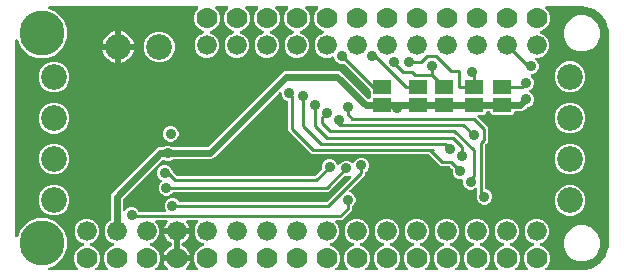
<source format=gbr>
G04 EAGLE Gerber RS-274X export*
G75*
%MOMM*%
%FSLAX34Y34*%
%LPD*%
%INBottom Copper*%
%IPPOS*%
%AMOC8*
5,1,8,0,0,1.08239X$1,22.5*%
G01*
%ADD10C,2.184400*%
%ADD11R,1.600200X1.168400*%
%ADD12C,3.810000*%
%ADD13C,1.778000*%
%ADD14C,1.676400*%
%ADD15C,0.906400*%
%ADD16C,0.609600*%
%ADD17C,0.254000*%

G36*
X283885Y2558D02*
X283885Y2558D01*
X284024Y2571D01*
X284043Y2578D01*
X284064Y2581D01*
X284192Y2632D01*
X284324Y2679D01*
X284340Y2690D01*
X284359Y2698D01*
X284472Y2779D01*
X284587Y2857D01*
X284600Y2873D01*
X284617Y2884D01*
X284705Y2992D01*
X284797Y3096D01*
X284806Y3114D01*
X284819Y3129D01*
X284879Y3255D01*
X284942Y3379D01*
X284946Y3399D01*
X284955Y3417D01*
X284981Y3554D01*
X285011Y3689D01*
X285011Y3710D01*
X285015Y3729D01*
X285006Y3868D01*
X285002Y4007D01*
X284996Y4027D01*
X284995Y4047D01*
X284952Y4179D01*
X284913Y4313D01*
X284903Y4330D01*
X284897Y4349D01*
X284822Y4467D01*
X284752Y4587D01*
X284733Y4608D01*
X284727Y4618D01*
X284712Y4632D01*
X284645Y4707D01*
X282840Y6513D01*
X281177Y10527D01*
X281177Y14873D01*
X282840Y18887D01*
X285913Y21960D01*
X288985Y23232D01*
X289106Y23301D01*
X289228Y23366D01*
X289243Y23380D01*
X289261Y23390D01*
X289361Y23487D01*
X289464Y23580D01*
X289475Y23597D01*
X289489Y23611D01*
X289562Y23729D01*
X289639Y23846D01*
X289645Y23865D01*
X289656Y23882D01*
X289697Y24015D01*
X289742Y24147D01*
X289743Y24167D01*
X289749Y24186D01*
X289756Y24324D01*
X289767Y24464D01*
X289763Y24484D01*
X289764Y24504D01*
X289736Y24640D01*
X289713Y24777D01*
X289704Y24795D01*
X289700Y24815D01*
X289639Y24941D01*
X289582Y25067D01*
X289569Y25083D01*
X289560Y25101D01*
X289470Y25207D01*
X289383Y25315D01*
X289367Y25328D01*
X289354Y25343D01*
X289240Y25423D01*
X289129Y25507D01*
X289104Y25519D01*
X289094Y25526D01*
X289075Y25533D01*
X288985Y25578D01*
X286201Y26731D01*
X283271Y29661D01*
X281685Y33488D01*
X281685Y37632D01*
X283271Y41459D01*
X286201Y44389D01*
X290028Y45975D01*
X294172Y45975D01*
X297999Y44389D01*
X300929Y41459D01*
X302515Y37632D01*
X302515Y33488D01*
X300929Y29661D01*
X297999Y26731D01*
X295215Y25578D01*
X295094Y25509D01*
X294972Y25444D01*
X294957Y25430D01*
X294939Y25420D01*
X294839Y25323D01*
X294736Y25230D01*
X294725Y25213D01*
X294711Y25199D01*
X294638Y25080D01*
X294561Y24964D01*
X294555Y24945D01*
X294544Y24928D01*
X294503Y24795D01*
X294458Y24663D01*
X294457Y24643D01*
X294451Y24624D01*
X294444Y24485D01*
X294433Y24346D01*
X294437Y24326D01*
X294436Y24306D01*
X294464Y24170D01*
X294487Y24033D01*
X294496Y24014D01*
X294500Y23995D01*
X294561Y23869D01*
X294618Y23743D01*
X294631Y23727D01*
X294640Y23709D01*
X294730Y23603D01*
X294817Y23494D01*
X294833Y23482D01*
X294846Y23467D01*
X294960Y23387D01*
X295071Y23303D01*
X295096Y23291D01*
X295106Y23284D01*
X295125Y23276D01*
X295215Y23232D01*
X298287Y21960D01*
X301360Y18887D01*
X303023Y14873D01*
X303023Y10527D01*
X301360Y6513D01*
X299555Y4707D01*
X299469Y4598D01*
X299381Y4491D01*
X299372Y4472D01*
X299360Y4456D01*
X299304Y4328D01*
X299245Y4203D01*
X299241Y4183D01*
X299233Y4164D01*
X299211Y4026D01*
X299185Y3890D01*
X299187Y3870D01*
X299183Y3850D01*
X299196Y3711D01*
X299205Y3573D01*
X299211Y3554D01*
X299213Y3534D01*
X299260Y3402D01*
X299303Y3271D01*
X299314Y3253D01*
X299321Y3234D01*
X299399Y3119D01*
X299473Y3002D01*
X299488Y2988D01*
X299499Y2971D01*
X299604Y2879D01*
X299705Y2784D01*
X299723Y2774D01*
X299738Y2761D01*
X299862Y2697D01*
X299983Y2630D01*
X300003Y2625D01*
X300021Y2616D01*
X300157Y2586D01*
X300291Y2551D01*
X300319Y2549D01*
X300331Y2546D01*
X300352Y2547D01*
X300452Y2541D01*
X309148Y2541D01*
X309285Y2558D01*
X309424Y2571D01*
X309443Y2578D01*
X309464Y2581D01*
X309592Y2632D01*
X309724Y2679D01*
X309740Y2690D01*
X309759Y2698D01*
X309872Y2779D01*
X309987Y2857D01*
X310000Y2873D01*
X310017Y2884D01*
X310105Y2992D01*
X310197Y3096D01*
X310206Y3114D01*
X310219Y3129D01*
X310279Y3255D01*
X310342Y3379D01*
X310346Y3399D01*
X310355Y3417D01*
X310381Y3554D01*
X310411Y3689D01*
X310411Y3710D01*
X310415Y3729D01*
X310406Y3868D01*
X310402Y4007D01*
X310396Y4027D01*
X310395Y4047D01*
X310352Y4179D01*
X310313Y4313D01*
X310303Y4330D01*
X310297Y4349D01*
X310222Y4467D01*
X310152Y4587D01*
X310133Y4608D01*
X310127Y4618D01*
X310112Y4632D01*
X310045Y4707D01*
X308240Y6513D01*
X306577Y10527D01*
X306577Y14873D01*
X308240Y18887D01*
X311313Y21960D01*
X314385Y23232D01*
X314506Y23301D01*
X314628Y23366D01*
X314643Y23380D01*
X314661Y23390D01*
X314761Y23487D01*
X314864Y23580D01*
X314875Y23597D01*
X314889Y23611D01*
X314962Y23729D01*
X315039Y23846D01*
X315045Y23865D01*
X315056Y23882D01*
X315097Y24015D01*
X315142Y24147D01*
X315143Y24167D01*
X315149Y24186D01*
X315156Y24324D01*
X315167Y24464D01*
X315163Y24484D01*
X315164Y24504D01*
X315136Y24640D01*
X315113Y24777D01*
X315104Y24795D01*
X315100Y24815D01*
X315039Y24941D01*
X314982Y25067D01*
X314969Y25083D01*
X314960Y25101D01*
X314870Y25207D01*
X314783Y25315D01*
X314767Y25328D01*
X314754Y25343D01*
X314640Y25423D01*
X314529Y25507D01*
X314504Y25519D01*
X314494Y25526D01*
X314475Y25533D01*
X314385Y25578D01*
X311601Y26731D01*
X308671Y29661D01*
X307085Y33488D01*
X307085Y37632D01*
X308671Y41459D01*
X311601Y44389D01*
X315428Y45975D01*
X319572Y45975D01*
X323399Y44389D01*
X326329Y41459D01*
X327915Y37632D01*
X327915Y33488D01*
X326329Y29661D01*
X323399Y26731D01*
X320615Y25578D01*
X320494Y25509D01*
X320372Y25444D01*
X320357Y25430D01*
X320339Y25420D01*
X320239Y25323D01*
X320136Y25230D01*
X320125Y25213D01*
X320111Y25199D01*
X320038Y25080D01*
X319961Y24964D01*
X319955Y24945D01*
X319944Y24928D01*
X319903Y24795D01*
X319858Y24663D01*
X319857Y24643D01*
X319851Y24624D01*
X319844Y24485D01*
X319833Y24346D01*
X319837Y24326D01*
X319836Y24306D01*
X319864Y24170D01*
X319887Y24033D01*
X319896Y24014D01*
X319900Y23995D01*
X319961Y23869D01*
X320018Y23743D01*
X320031Y23727D01*
X320040Y23709D01*
X320130Y23603D01*
X320217Y23494D01*
X320233Y23482D01*
X320246Y23467D01*
X320360Y23387D01*
X320471Y23303D01*
X320496Y23291D01*
X320506Y23284D01*
X320525Y23276D01*
X320615Y23232D01*
X323687Y21960D01*
X326760Y18887D01*
X328423Y14873D01*
X328423Y10527D01*
X326760Y6513D01*
X324955Y4707D01*
X324869Y4598D01*
X324781Y4491D01*
X324772Y4472D01*
X324760Y4456D01*
X324704Y4328D01*
X324645Y4203D01*
X324641Y4183D01*
X324633Y4164D01*
X324611Y4026D01*
X324585Y3890D01*
X324587Y3870D01*
X324583Y3850D01*
X324596Y3711D01*
X324605Y3573D01*
X324611Y3554D01*
X324613Y3534D01*
X324660Y3402D01*
X324703Y3271D01*
X324714Y3253D01*
X324721Y3234D01*
X324799Y3119D01*
X324873Y3002D01*
X324888Y2988D01*
X324899Y2971D01*
X325004Y2879D01*
X325105Y2784D01*
X325123Y2774D01*
X325138Y2761D01*
X325262Y2697D01*
X325383Y2630D01*
X325403Y2625D01*
X325421Y2616D01*
X325557Y2586D01*
X325691Y2551D01*
X325719Y2549D01*
X325731Y2546D01*
X325752Y2547D01*
X325852Y2541D01*
X334548Y2541D01*
X334685Y2558D01*
X334824Y2571D01*
X334843Y2578D01*
X334864Y2581D01*
X334992Y2632D01*
X335124Y2679D01*
X335140Y2690D01*
X335159Y2698D01*
X335272Y2779D01*
X335387Y2857D01*
X335400Y2873D01*
X335417Y2884D01*
X335505Y2992D01*
X335597Y3096D01*
X335606Y3114D01*
X335619Y3129D01*
X335679Y3255D01*
X335742Y3379D01*
X335746Y3399D01*
X335755Y3417D01*
X335781Y3554D01*
X335811Y3689D01*
X335811Y3710D01*
X335815Y3729D01*
X335806Y3868D01*
X335802Y4007D01*
X335796Y4027D01*
X335795Y4047D01*
X335752Y4179D01*
X335713Y4313D01*
X335703Y4330D01*
X335697Y4349D01*
X335622Y4467D01*
X335552Y4587D01*
X335533Y4608D01*
X335527Y4618D01*
X335512Y4632D01*
X335445Y4707D01*
X333640Y6513D01*
X331977Y10527D01*
X331977Y14873D01*
X333640Y18887D01*
X336713Y21960D01*
X339785Y23232D01*
X339906Y23301D01*
X340028Y23366D01*
X340043Y23380D01*
X340061Y23390D01*
X340161Y23487D01*
X340264Y23580D01*
X340275Y23597D01*
X340289Y23611D01*
X340362Y23729D01*
X340439Y23846D01*
X340445Y23865D01*
X340456Y23882D01*
X340497Y24015D01*
X340542Y24147D01*
X340543Y24167D01*
X340549Y24186D01*
X340556Y24324D01*
X340567Y24464D01*
X340563Y24484D01*
X340564Y24504D01*
X340536Y24640D01*
X340513Y24777D01*
X340504Y24795D01*
X340500Y24815D01*
X340439Y24941D01*
X340382Y25067D01*
X340369Y25083D01*
X340360Y25101D01*
X340270Y25207D01*
X340183Y25315D01*
X340167Y25328D01*
X340154Y25343D01*
X340040Y25423D01*
X339929Y25507D01*
X339904Y25519D01*
X339894Y25526D01*
X339875Y25533D01*
X339785Y25578D01*
X337001Y26731D01*
X334071Y29661D01*
X332485Y33488D01*
X332485Y37632D01*
X334071Y41459D01*
X337001Y44389D01*
X340828Y45975D01*
X344972Y45975D01*
X348799Y44389D01*
X351729Y41459D01*
X353315Y37632D01*
X353315Y33488D01*
X351729Y29661D01*
X348799Y26731D01*
X346015Y25578D01*
X345894Y25509D01*
X345772Y25444D01*
X345757Y25430D01*
X345739Y25420D01*
X345639Y25323D01*
X345536Y25230D01*
X345525Y25213D01*
X345511Y25199D01*
X345438Y25080D01*
X345361Y24964D01*
X345355Y24945D01*
X345344Y24928D01*
X345303Y24795D01*
X345258Y24663D01*
X345257Y24643D01*
X345251Y24624D01*
X345244Y24485D01*
X345233Y24346D01*
X345237Y24326D01*
X345236Y24306D01*
X345264Y24170D01*
X345287Y24033D01*
X345296Y24014D01*
X345300Y23995D01*
X345361Y23869D01*
X345418Y23743D01*
X345431Y23727D01*
X345440Y23709D01*
X345530Y23603D01*
X345617Y23494D01*
X345633Y23482D01*
X345646Y23467D01*
X345760Y23387D01*
X345871Y23303D01*
X345896Y23291D01*
X345906Y23284D01*
X345925Y23276D01*
X346015Y23232D01*
X349087Y21960D01*
X352160Y18887D01*
X353823Y14873D01*
X353823Y10527D01*
X352160Y6513D01*
X350355Y4707D01*
X350269Y4598D01*
X350181Y4491D01*
X350172Y4472D01*
X350160Y4456D01*
X350104Y4328D01*
X350045Y4203D01*
X350041Y4183D01*
X350033Y4164D01*
X350011Y4026D01*
X349985Y3890D01*
X349987Y3870D01*
X349983Y3850D01*
X349996Y3711D01*
X350005Y3573D01*
X350011Y3554D01*
X350013Y3534D01*
X350060Y3402D01*
X350103Y3271D01*
X350114Y3253D01*
X350121Y3234D01*
X350199Y3119D01*
X350273Y3002D01*
X350288Y2988D01*
X350299Y2971D01*
X350404Y2879D01*
X350505Y2784D01*
X350523Y2774D01*
X350538Y2761D01*
X350662Y2697D01*
X350783Y2630D01*
X350803Y2625D01*
X350821Y2616D01*
X350957Y2586D01*
X351091Y2551D01*
X351119Y2549D01*
X351131Y2546D01*
X351152Y2547D01*
X351252Y2541D01*
X359948Y2541D01*
X360085Y2558D01*
X360224Y2571D01*
X360243Y2578D01*
X360264Y2581D01*
X360392Y2632D01*
X360524Y2679D01*
X360540Y2690D01*
X360559Y2698D01*
X360672Y2779D01*
X360787Y2857D01*
X360800Y2873D01*
X360817Y2884D01*
X360905Y2992D01*
X360997Y3096D01*
X361006Y3114D01*
X361019Y3129D01*
X361079Y3255D01*
X361142Y3379D01*
X361146Y3399D01*
X361155Y3417D01*
X361181Y3554D01*
X361211Y3689D01*
X361211Y3710D01*
X361215Y3729D01*
X361206Y3868D01*
X361202Y4007D01*
X361196Y4027D01*
X361195Y4047D01*
X361152Y4179D01*
X361113Y4313D01*
X361103Y4330D01*
X361097Y4349D01*
X361022Y4467D01*
X360952Y4587D01*
X360933Y4608D01*
X360927Y4618D01*
X360912Y4632D01*
X360845Y4707D01*
X359040Y6513D01*
X357377Y10527D01*
X357377Y14873D01*
X359040Y18887D01*
X362113Y21960D01*
X365185Y23232D01*
X365306Y23301D01*
X365428Y23366D01*
X365443Y23380D01*
X365461Y23390D01*
X365561Y23487D01*
X365664Y23580D01*
X365675Y23597D01*
X365689Y23611D01*
X365762Y23729D01*
X365839Y23846D01*
X365845Y23865D01*
X365856Y23882D01*
X365897Y24015D01*
X365942Y24147D01*
X365943Y24167D01*
X365949Y24186D01*
X365956Y24324D01*
X365967Y24464D01*
X365963Y24484D01*
X365964Y24504D01*
X365936Y24640D01*
X365913Y24777D01*
X365904Y24795D01*
X365900Y24815D01*
X365839Y24941D01*
X365782Y25067D01*
X365769Y25083D01*
X365760Y25101D01*
X365670Y25207D01*
X365583Y25315D01*
X365567Y25328D01*
X365554Y25343D01*
X365440Y25423D01*
X365329Y25507D01*
X365304Y25519D01*
X365294Y25526D01*
X365275Y25533D01*
X365185Y25578D01*
X362401Y26731D01*
X359471Y29661D01*
X357885Y33488D01*
X357885Y37632D01*
X359471Y41459D01*
X362401Y44389D01*
X366228Y45975D01*
X370372Y45975D01*
X374199Y44389D01*
X377129Y41459D01*
X378715Y37632D01*
X378715Y33488D01*
X377129Y29661D01*
X374199Y26731D01*
X371415Y25578D01*
X371294Y25509D01*
X371172Y25444D01*
X371157Y25430D01*
X371139Y25420D01*
X371039Y25323D01*
X370936Y25230D01*
X370925Y25213D01*
X370911Y25199D01*
X370838Y25080D01*
X370761Y24964D01*
X370755Y24945D01*
X370744Y24928D01*
X370703Y24795D01*
X370658Y24663D01*
X370657Y24643D01*
X370651Y24624D01*
X370644Y24485D01*
X370633Y24346D01*
X370637Y24326D01*
X370636Y24306D01*
X370664Y24170D01*
X370687Y24033D01*
X370696Y24014D01*
X370700Y23995D01*
X370761Y23869D01*
X370818Y23743D01*
X370831Y23727D01*
X370840Y23709D01*
X370930Y23603D01*
X371017Y23494D01*
X371033Y23482D01*
X371046Y23467D01*
X371160Y23387D01*
X371271Y23303D01*
X371296Y23291D01*
X371306Y23284D01*
X371325Y23276D01*
X371415Y23232D01*
X374487Y21960D01*
X377560Y18887D01*
X379223Y14873D01*
X379223Y10527D01*
X377560Y6513D01*
X375755Y4707D01*
X375669Y4598D01*
X375581Y4491D01*
X375572Y4472D01*
X375560Y4456D01*
X375504Y4328D01*
X375445Y4203D01*
X375441Y4183D01*
X375433Y4164D01*
X375411Y4026D01*
X375385Y3890D01*
X375387Y3870D01*
X375383Y3850D01*
X375396Y3711D01*
X375405Y3573D01*
X375411Y3554D01*
X375413Y3534D01*
X375460Y3402D01*
X375503Y3271D01*
X375514Y3253D01*
X375521Y3234D01*
X375599Y3119D01*
X375673Y3002D01*
X375688Y2988D01*
X375699Y2971D01*
X375804Y2879D01*
X375905Y2784D01*
X375923Y2774D01*
X375938Y2761D01*
X376062Y2697D01*
X376183Y2630D01*
X376203Y2625D01*
X376221Y2616D01*
X376357Y2586D01*
X376491Y2551D01*
X376519Y2549D01*
X376531Y2546D01*
X376552Y2547D01*
X376652Y2541D01*
X385348Y2541D01*
X385485Y2558D01*
X385624Y2571D01*
X385643Y2578D01*
X385664Y2581D01*
X385792Y2632D01*
X385924Y2679D01*
X385940Y2690D01*
X385959Y2698D01*
X386072Y2779D01*
X386187Y2857D01*
X386200Y2873D01*
X386217Y2884D01*
X386305Y2992D01*
X386397Y3096D01*
X386406Y3114D01*
X386419Y3129D01*
X386479Y3255D01*
X386542Y3379D01*
X386546Y3399D01*
X386555Y3417D01*
X386581Y3554D01*
X386611Y3689D01*
X386611Y3710D01*
X386615Y3729D01*
X386606Y3868D01*
X386602Y4007D01*
X386596Y4027D01*
X386595Y4047D01*
X386552Y4179D01*
X386513Y4313D01*
X386503Y4330D01*
X386497Y4349D01*
X386422Y4467D01*
X386352Y4587D01*
X386333Y4608D01*
X386327Y4618D01*
X386312Y4632D01*
X386245Y4707D01*
X384440Y6513D01*
X382777Y10527D01*
X382777Y14873D01*
X384440Y18887D01*
X387513Y21960D01*
X390585Y23232D01*
X390706Y23301D01*
X390828Y23366D01*
X390843Y23380D01*
X390861Y23390D01*
X390961Y23487D01*
X391064Y23580D01*
X391075Y23597D01*
X391089Y23611D01*
X391162Y23729D01*
X391239Y23846D01*
X391245Y23865D01*
X391256Y23882D01*
X391297Y24015D01*
X391342Y24147D01*
X391343Y24167D01*
X391349Y24186D01*
X391356Y24324D01*
X391367Y24464D01*
X391363Y24484D01*
X391364Y24504D01*
X391336Y24640D01*
X391313Y24777D01*
X391304Y24795D01*
X391300Y24815D01*
X391239Y24941D01*
X391182Y25067D01*
X391169Y25083D01*
X391160Y25101D01*
X391070Y25207D01*
X390983Y25315D01*
X390967Y25328D01*
X390954Y25343D01*
X390840Y25423D01*
X390729Y25507D01*
X390704Y25519D01*
X390694Y25526D01*
X390675Y25533D01*
X390585Y25578D01*
X387801Y26731D01*
X384871Y29661D01*
X383285Y33488D01*
X383285Y37632D01*
X384871Y41459D01*
X387801Y44389D01*
X391628Y45975D01*
X395772Y45975D01*
X399599Y44389D01*
X402529Y41459D01*
X404115Y37632D01*
X404115Y33488D01*
X402529Y29661D01*
X399599Y26731D01*
X396815Y25578D01*
X396694Y25509D01*
X396572Y25444D01*
X396557Y25430D01*
X396539Y25420D01*
X396439Y25323D01*
X396336Y25230D01*
X396325Y25213D01*
X396311Y25199D01*
X396238Y25080D01*
X396161Y24964D01*
X396155Y24945D01*
X396144Y24928D01*
X396103Y24795D01*
X396058Y24663D01*
X396057Y24643D01*
X396051Y24624D01*
X396044Y24485D01*
X396033Y24346D01*
X396037Y24326D01*
X396036Y24306D01*
X396064Y24170D01*
X396087Y24033D01*
X396096Y24014D01*
X396100Y23995D01*
X396161Y23869D01*
X396218Y23743D01*
X396231Y23727D01*
X396240Y23709D01*
X396330Y23603D01*
X396417Y23494D01*
X396433Y23482D01*
X396446Y23467D01*
X396560Y23387D01*
X396671Y23303D01*
X396696Y23291D01*
X396706Y23284D01*
X396725Y23276D01*
X396815Y23232D01*
X399887Y21960D01*
X402960Y18887D01*
X404623Y14873D01*
X404623Y10527D01*
X402960Y6513D01*
X401155Y4707D01*
X401069Y4598D01*
X400981Y4491D01*
X400972Y4472D01*
X400960Y4456D01*
X400904Y4328D01*
X400845Y4203D01*
X400841Y4183D01*
X400833Y4164D01*
X400811Y4026D01*
X400785Y3890D01*
X400787Y3870D01*
X400783Y3850D01*
X400796Y3711D01*
X400805Y3573D01*
X400811Y3554D01*
X400813Y3534D01*
X400860Y3402D01*
X400903Y3271D01*
X400914Y3253D01*
X400921Y3234D01*
X400999Y3119D01*
X401073Y3002D01*
X401088Y2988D01*
X401099Y2971D01*
X401204Y2879D01*
X401305Y2784D01*
X401323Y2774D01*
X401338Y2761D01*
X401462Y2697D01*
X401583Y2630D01*
X401603Y2625D01*
X401621Y2616D01*
X401757Y2586D01*
X401891Y2551D01*
X401919Y2549D01*
X401931Y2546D01*
X401952Y2547D01*
X402052Y2541D01*
X410748Y2541D01*
X410885Y2558D01*
X411024Y2571D01*
X411043Y2578D01*
X411064Y2581D01*
X411192Y2632D01*
X411324Y2679D01*
X411340Y2690D01*
X411359Y2698D01*
X411472Y2779D01*
X411587Y2857D01*
X411600Y2873D01*
X411617Y2884D01*
X411705Y2992D01*
X411797Y3096D01*
X411806Y3114D01*
X411819Y3129D01*
X411879Y3255D01*
X411942Y3379D01*
X411946Y3399D01*
X411955Y3417D01*
X411981Y3554D01*
X412011Y3689D01*
X412011Y3710D01*
X412015Y3729D01*
X412006Y3868D01*
X412002Y4007D01*
X411996Y4027D01*
X411995Y4047D01*
X411952Y4179D01*
X411913Y4313D01*
X411903Y4330D01*
X411897Y4349D01*
X411822Y4467D01*
X411752Y4587D01*
X411733Y4608D01*
X411727Y4618D01*
X411712Y4632D01*
X411645Y4707D01*
X409840Y6513D01*
X408177Y10527D01*
X408177Y14873D01*
X409840Y18887D01*
X412913Y21960D01*
X415985Y23232D01*
X416106Y23301D01*
X416228Y23366D01*
X416243Y23380D01*
X416261Y23390D01*
X416361Y23487D01*
X416464Y23580D01*
X416475Y23597D01*
X416489Y23611D01*
X416562Y23729D01*
X416639Y23846D01*
X416645Y23865D01*
X416656Y23882D01*
X416697Y24015D01*
X416742Y24147D01*
X416743Y24167D01*
X416749Y24186D01*
X416756Y24324D01*
X416767Y24464D01*
X416763Y24484D01*
X416764Y24504D01*
X416736Y24640D01*
X416713Y24777D01*
X416704Y24795D01*
X416700Y24815D01*
X416639Y24941D01*
X416582Y25067D01*
X416569Y25083D01*
X416560Y25101D01*
X416470Y25207D01*
X416383Y25315D01*
X416367Y25328D01*
X416354Y25343D01*
X416240Y25423D01*
X416129Y25507D01*
X416104Y25519D01*
X416094Y25526D01*
X416075Y25533D01*
X415985Y25578D01*
X413201Y26731D01*
X410271Y29661D01*
X408685Y33488D01*
X408685Y37632D01*
X410271Y41459D01*
X413201Y44389D01*
X417028Y45975D01*
X421172Y45975D01*
X424999Y44389D01*
X427929Y41459D01*
X429515Y37632D01*
X429515Y33488D01*
X427929Y29661D01*
X424999Y26731D01*
X422215Y25578D01*
X422094Y25509D01*
X421972Y25444D01*
X421957Y25430D01*
X421939Y25420D01*
X421839Y25323D01*
X421736Y25230D01*
X421725Y25213D01*
X421711Y25199D01*
X421638Y25080D01*
X421561Y24964D01*
X421555Y24945D01*
X421544Y24928D01*
X421503Y24795D01*
X421458Y24663D01*
X421457Y24643D01*
X421451Y24624D01*
X421444Y24485D01*
X421433Y24346D01*
X421437Y24326D01*
X421436Y24306D01*
X421464Y24170D01*
X421487Y24033D01*
X421496Y24014D01*
X421500Y23995D01*
X421561Y23869D01*
X421618Y23743D01*
X421631Y23727D01*
X421640Y23709D01*
X421730Y23603D01*
X421817Y23494D01*
X421833Y23482D01*
X421846Y23467D01*
X421960Y23387D01*
X422071Y23303D01*
X422096Y23291D01*
X422106Y23284D01*
X422125Y23276D01*
X422215Y23232D01*
X425287Y21960D01*
X428360Y18887D01*
X430023Y14873D01*
X430023Y10527D01*
X428360Y6513D01*
X426555Y4707D01*
X426469Y4598D01*
X426381Y4491D01*
X426372Y4472D01*
X426360Y4456D01*
X426304Y4328D01*
X426245Y4203D01*
X426241Y4183D01*
X426233Y4164D01*
X426211Y4026D01*
X426185Y3890D01*
X426187Y3870D01*
X426183Y3850D01*
X426196Y3711D01*
X426205Y3573D01*
X426211Y3554D01*
X426213Y3534D01*
X426260Y3402D01*
X426303Y3271D01*
X426314Y3253D01*
X426321Y3234D01*
X426399Y3119D01*
X426473Y3002D01*
X426488Y2988D01*
X426499Y2971D01*
X426604Y2879D01*
X426705Y2784D01*
X426723Y2774D01*
X426738Y2761D01*
X426862Y2697D01*
X426983Y2630D01*
X427003Y2625D01*
X427021Y2616D01*
X427157Y2586D01*
X427291Y2551D01*
X427319Y2549D01*
X427331Y2546D01*
X427352Y2547D01*
X427452Y2541D01*
X436148Y2541D01*
X436285Y2558D01*
X436424Y2571D01*
X436443Y2578D01*
X436464Y2581D01*
X436592Y2632D01*
X436724Y2679D01*
X436740Y2690D01*
X436759Y2698D01*
X436872Y2779D01*
X436987Y2857D01*
X437000Y2873D01*
X437017Y2884D01*
X437105Y2992D01*
X437197Y3096D01*
X437206Y3114D01*
X437219Y3129D01*
X437279Y3255D01*
X437342Y3379D01*
X437346Y3399D01*
X437355Y3417D01*
X437381Y3554D01*
X437411Y3689D01*
X437411Y3710D01*
X437415Y3729D01*
X437406Y3868D01*
X437402Y4007D01*
X437396Y4027D01*
X437395Y4047D01*
X437352Y4179D01*
X437313Y4313D01*
X437303Y4330D01*
X437297Y4349D01*
X437222Y4467D01*
X437152Y4587D01*
X437133Y4608D01*
X437127Y4618D01*
X437112Y4632D01*
X437045Y4707D01*
X435240Y6513D01*
X433577Y10527D01*
X433577Y14873D01*
X435240Y18887D01*
X438313Y21960D01*
X441385Y23232D01*
X441505Y23301D01*
X441628Y23366D01*
X441643Y23380D01*
X441661Y23390D01*
X441761Y23487D01*
X441864Y23580D01*
X441875Y23597D01*
X441889Y23611D01*
X441962Y23730D01*
X442038Y23846D01*
X442045Y23865D01*
X442056Y23882D01*
X442096Y24015D01*
X442142Y24147D01*
X442143Y24167D01*
X442149Y24186D01*
X442156Y24324D01*
X442167Y24464D01*
X442163Y24484D01*
X442164Y24504D01*
X442136Y24640D01*
X442113Y24777D01*
X442104Y24795D01*
X442100Y24815D01*
X442039Y24941D01*
X441982Y25067D01*
X441969Y25083D01*
X441960Y25101D01*
X441870Y25207D01*
X441783Y25315D01*
X441767Y25328D01*
X441754Y25343D01*
X441640Y25423D01*
X441529Y25507D01*
X441504Y25519D01*
X441494Y25526D01*
X441475Y25533D01*
X441385Y25578D01*
X438601Y26731D01*
X435671Y29661D01*
X434085Y33488D01*
X434085Y37632D01*
X435671Y41459D01*
X438601Y44389D01*
X442428Y45975D01*
X446572Y45975D01*
X450399Y44389D01*
X453329Y41459D01*
X454915Y37632D01*
X454915Y33488D01*
X453329Y29661D01*
X450399Y26731D01*
X447615Y25578D01*
X447495Y25509D01*
X447372Y25444D01*
X447357Y25430D01*
X447339Y25420D01*
X447239Y25323D01*
X447136Y25230D01*
X447125Y25213D01*
X447111Y25199D01*
X447038Y25080D01*
X446962Y24964D01*
X446955Y24945D01*
X446944Y24928D01*
X446904Y24795D01*
X446858Y24663D01*
X446857Y24643D01*
X446851Y24624D01*
X446844Y24485D01*
X446833Y24346D01*
X446837Y24326D01*
X446836Y24306D01*
X446864Y24170D01*
X446887Y24033D01*
X446896Y24014D01*
X446900Y23995D01*
X446961Y23869D01*
X447018Y23743D01*
X447031Y23727D01*
X447040Y23709D01*
X447130Y23603D01*
X447217Y23494D01*
X447233Y23482D01*
X447246Y23467D01*
X447360Y23387D01*
X447471Y23303D01*
X447496Y23291D01*
X447506Y23284D01*
X447525Y23276D01*
X447615Y23232D01*
X450687Y21960D01*
X453760Y18887D01*
X455423Y14873D01*
X455423Y10527D01*
X453760Y6513D01*
X451955Y4707D01*
X451869Y4598D01*
X451781Y4491D01*
X451772Y4472D01*
X451760Y4456D01*
X451704Y4328D01*
X451645Y4203D01*
X451641Y4183D01*
X451633Y4164D01*
X451611Y4026D01*
X451585Y3890D01*
X451587Y3870D01*
X451583Y3850D01*
X451596Y3711D01*
X451605Y3573D01*
X451611Y3554D01*
X451613Y3534D01*
X451660Y3402D01*
X451703Y3271D01*
X451714Y3253D01*
X451721Y3234D01*
X451799Y3119D01*
X451873Y3002D01*
X451888Y2988D01*
X451899Y2971D01*
X452004Y2879D01*
X452105Y2784D01*
X452123Y2774D01*
X452138Y2761D01*
X452262Y2697D01*
X452383Y2630D01*
X452403Y2625D01*
X452421Y2616D01*
X452557Y2586D01*
X452691Y2551D01*
X452719Y2549D01*
X452731Y2546D01*
X452752Y2547D01*
X452852Y2541D01*
X482600Y2541D01*
X482622Y2543D01*
X482700Y2545D01*
X486077Y2810D01*
X486145Y2824D01*
X486214Y2829D01*
X486370Y2869D01*
X492794Y4956D01*
X492901Y5006D01*
X493012Y5050D01*
X493063Y5083D01*
X493082Y5091D01*
X493097Y5104D01*
X493148Y5136D01*
X498612Y9107D01*
X498699Y9188D01*
X498746Y9227D01*
X498752Y9231D01*
X498753Y9232D01*
X498791Y9264D01*
X498829Y9310D01*
X498844Y9324D01*
X498855Y9342D01*
X498893Y9388D01*
X502864Y14852D01*
X502921Y14956D01*
X502985Y15056D01*
X503007Y15113D01*
X503017Y15131D01*
X503022Y15151D01*
X503044Y15206D01*
X505131Y21630D01*
X505144Y21698D01*
X505167Y21764D01*
X505190Y21923D01*
X505455Y25300D01*
X505455Y25304D01*
X505456Y25307D01*
X505455Y25326D01*
X505459Y25400D01*
X505459Y203200D01*
X505457Y203222D01*
X505455Y203300D01*
X505190Y206677D01*
X505176Y206745D01*
X505171Y206814D01*
X505131Y206970D01*
X503044Y213394D01*
X502994Y213501D01*
X502950Y213612D01*
X502917Y213663D01*
X502909Y213682D01*
X502896Y213697D01*
X502864Y213748D01*
X498893Y219212D01*
X498812Y219299D01*
X498736Y219391D01*
X498690Y219429D01*
X498676Y219444D01*
X498658Y219455D01*
X498612Y219493D01*
X493148Y223464D01*
X493044Y223521D01*
X492944Y223585D01*
X492887Y223607D01*
X492869Y223617D01*
X492849Y223622D01*
X492794Y223644D01*
X486370Y225731D01*
X486302Y225744D01*
X486236Y225767D01*
X486077Y225790D01*
X482700Y226055D01*
X482678Y226054D01*
X482600Y226059D01*
X452852Y226059D01*
X452715Y226042D01*
X452576Y226029D01*
X452557Y226022D01*
X452536Y226019D01*
X452408Y225968D01*
X452276Y225921D01*
X452260Y225910D01*
X452241Y225902D01*
X452128Y225821D01*
X452013Y225743D01*
X452000Y225727D01*
X451983Y225716D01*
X451895Y225608D01*
X451803Y225504D01*
X451794Y225486D01*
X451781Y225471D01*
X451721Y225345D01*
X451658Y225221D01*
X451654Y225201D01*
X451645Y225183D01*
X451619Y225046D01*
X451589Y224911D01*
X451589Y224890D01*
X451585Y224871D01*
X451594Y224732D01*
X451598Y224593D01*
X451604Y224573D01*
X451605Y224553D01*
X451648Y224421D01*
X451687Y224287D01*
X451697Y224270D01*
X451703Y224251D01*
X451778Y224133D01*
X451848Y224013D01*
X451867Y223992D01*
X451873Y223982D01*
X451888Y223968D01*
X451955Y223893D01*
X453760Y222087D01*
X455423Y218073D01*
X455423Y213727D01*
X453760Y209713D01*
X450687Y206640D01*
X447615Y205368D01*
X447495Y205299D01*
X447372Y205234D01*
X447357Y205220D01*
X447339Y205210D01*
X447239Y205113D01*
X447136Y205020D01*
X447125Y205003D01*
X447111Y204989D01*
X447038Y204870D01*
X446962Y204754D01*
X446955Y204735D01*
X446944Y204718D01*
X446904Y204585D01*
X446858Y204453D01*
X446857Y204433D01*
X446851Y204414D01*
X446844Y204276D01*
X446833Y204136D01*
X446837Y204116D01*
X446836Y204096D01*
X446864Y203960D01*
X446887Y203823D01*
X446896Y203805D01*
X446900Y203785D01*
X446961Y203659D01*
X447018Y203533D01*
X447031Y203517D01*
X447040Y203499D01*
X447130Y203393D01*
X447217Y203285D01*
X447233Y203272D01*
X447246Y203257D01*
X447360Y203177D01*
X447471Y203093D01*
X447496Y203081D01*
X447506Y203074D01*
X447525Y203067D01*
X447615Y203022D01*
X450399Y201869D01*
X453329Y198939D01*
X454915Y195112D01*
X454915Y190968D01*
X453329Y187141D01*
X450399Y184211D01*
X446572Y182625D01*
X444403Y182625D01*
X444265Y182608D01*
X444127Y182595D01*
X444108Y182588D01*
X444087Y182585D01*
X443958Y182534D01*
X443827Y182487D01*
X443810Y182476D01*
X443792Y182468D01*
X443679Y182387D01*
X443564Y182309D01*
X443551Y182293D01*
X443534Y182282D01*
X443446Y182174D01*
X443354Y182070D01*
X443344Y182052D01*
X443332Y182037D01*
X443272Y181911D01*
X443209Y181787D01*
X443205Y181767D01*
X443196Y181749D01*
X443170Y181612D01*
X443139Y181477D01*
X443140Y181456D01*
X443136Y181437D01*
X443145Y181298D01*
X443149Y181159D01*
X443155Y181139D01*
X443156Y181119D01*
X443199Y180987D01*
X443237Y180853D01*
X443248Y180836D01*
X443254Y180817D01*
X443328Y180699D01*
X443399Y180579D01*
X443418Y180558D01*
X443424Y180548D01*
X443439Y180534D01*
X443505Y180459D01*
X444985Y178979D01*
X445985Y176566D01*
X445985Y173954D01*
X444985Y171541D01*
X443139Y169695D01*
X440726Y168695D01*
X440553Y168695D01*
X440415Y168678D01*
X440277Y168665D01*
X440257Y168658D01*
X440237Y168655D01*
X440108Y168604D01*
X439977Y168557D01*
X439960Y168546D01*
X439942Y168538D01*
X439829Y168457D01*
X439714Y168379D01*
X439701Y168363D01*
X439684Y168352D01*
X439596Y168244D01*
X439504Y168140D01*
X439494Y168122D01*
X439482Y168107D01*
X439422Y167981D01*
X439359Y167857D01*
X439355Y167837D01*
X439346Y167819D01*
X439320Y167682D01*
X439289Y167547D01*
X439290Y167526D01*
X439286Y167507D01*
X439295Y167368D01*
X439299Y167229D01*
X439305Y167209D01*
X439306Y167189D01*
X439349Y167057D01*
X439387Y166923D01*
X439398Y166906D01*
X439404Y166887D01*
X439478Y166769D01*
X439549Y166649D01*
X439568Y166628D01*
X439574Y166618D01*
X439589Y166604D01*
X439655Y166529D01*
X441175Y165009D01*
X442175Y162596D01*
X442175Y159984D01*
X441175Y157571D01*
X439329Y155725D01*
X438732Y155478D01*
X438612Y155409D01*
X438488Y155344D01*
X438473Y155330D01*
X438456Y155320D01*
X438356Y155224D01*
X438253Y155130D01*
X438242Y155113D01*
X438227Y155099D01*
X438155Y154980D01*
X438078Y154864D01*
X438072Y154845D01*
X438061Y154828D01*
X438020Y154695D01*
X437975Y154563D01*
X437974Y154543D01*
X437968Y154524D01*
X437961Y154385D01*
X437950Y154246D01*
X437953Y154226D01*
X437953Y154206D01*
X437981Y154070D01*
X438004Y153933D01*
X438013Y153914D01*
X438017Y153895D01*
X438078Y153770D01*
X438135Y153643D01*
X438148Y153627D01*
X438157Y153609D01*
X438247Y153503D01*
X438334Y153395D01*
X438350Y153382D01*
X438363Y153367D01*
X438477Y153287D01*
X438588Y153203D01*
X438613Y153191D01*
X438623Y153184D01*
X438642Y153177D01*
X438732Y153132D01*
X439329Y152885D01*
X441175Y151039D01*
X442175Y148626D01*
X442175Y146014D01*
X441175Y143601D01*
X439329Y141755D01*
X436916Y140755D01*
X436756Y140755D01*
X436658Y140743D01*
X436559Y140740D01*
X436501Y140723D01*
X436441Y140715D01*
X436349Y140679D01*
X436254Y140651D01*
X436201Y140621D01*
X436145Y140598D01*
X436065Y140540D01*
X435980Y140490D01*
X435904Y140424D01*
X435888Y140412D01*
X435880Y140402D01*
X435859Y140384D01*
X435016Y139541D01*
X435016Y139540D01*
X433408Y137933D01*
X431541Y137159D01*
X426593Y137159D01*
X426475Y137144D01*
X426356Y137137D01*
X426318Y137124D01*
X426277Y137119D01*
X426167Y137076D01*
X426054Y137039D01*
X426019Y137017D01*
X425982Y137002D01*
X425886Y136933D01*
X425785Y136869D01*
X425757Y136839D01*
X425724Y136816D01*
X425648Y136724D01*
X425567Y136637D01*
X425547Y136602D01*
X425522Y136571D01*
X425471Y136463D01*
X425413Y136359D01*
X425403Y136319D01*
X425386Y136283D01*
X425364Y136166D01*
X425334Y136051D01*
X425330Y135991D01*
X425326Y135971D01*
X425328Y135950D01*
X425324Y135890D01*
X425324Y135556D01*
X424133Y134365D01*
X406447Y134365D01*
X405256Y135556D01*
X405256Y135890D01*
X405241Y136008D01*
X405234Y136127D01*
X405221Y136165D01*
X405216Y136206D01*
X405173Y136316D01*
X405136Y136429D01*
X405114Y136464D01*
X405099Y136501D01*
X405030Y136597D01*
X404966Y136698D01*
X404936Y136726D01*
X404913Y136759D01*
X404821Y136835D01*
X404734Y136916D01*
X404699Y136936D01*
X404668Y136961D01*
X404560Y137012D01*
X404456Y137070D01*
X404416Y137080D01*
X404380Y137097D01*
X404263Y137119D01*
X404148Y137149D01*
X404088Y137153D01*
X404068Y137157D01*
X404047Y137155D01*
X403987Y137159D01*
X402463Y137159D01*
X402345Y137144D01*
X402226Y137137D01*
X402188Y137124D01*
X402147Y137119D01*
X402037Y137076D01*
X401924Y137039D01*
X401889Y137017D01*
X401852Y137002D01*
X401756Y136933D01*
X401655Y136869D01*
X401627Y136839D01*
X401594Y136816D01*
X401518Y136724D01*
X401437Y136637D01*
X401417Y136602D01*
X401392Y136571D01*
X401341Y136463D01*
X401283Y136359D01*
X401273Y136319D01*
X401256Y136283D01*
X401234Y136166D01*
X401204Y136051D01*
X401200Y135991D01*
X401196Y135971D01*
X401198Y135950D01*
X401194Y135890D01*
X401194Y135556D01*
X400003Y134365D01*
X395340Y134365D01*
X395202Y134348D01*
X395063Y134335D01*
X395044Y134328D01*
X395024Y134325D01*
X394895Y134274D01*
X394764Y134227D01*
X394747Y134216D01*
X394729Y134208D01*
X394616Y134127D01*
X394501Y134049D01*
X394488Y134033D01*
X394471Y134022D01*
X394382Y133914D01*
X394290Y133810D01*
X394281Y133792D01*
X394268Y133777D01*
X394209Y133651D01*
X394146Y133527D01*
X394141Y133507D01*
X394133Y133489D01*
X394107Y133353D01*
X394076Y133217D01*
X394077Y133196D01*
X394073Y133177D01*
X394082Y133038D01*
X394086Y132899D01*
X394092Y132879D01*
X394093Y132859D01*
X394136Y132727D01*
X394174Y132593D01*
X394185Y132576D01*
X394191Y132557D01*
X394265Y132439D01*
X394336Y132319D01*
X394354Y132298D01*
X394361Y132288D01*
X394376Y132274D01*
X394442Y132199D01*
X401046Y125594D01*
X403353Y123288D01*
X403353Y111662D01*
X401184Y109494D01*
X401124Y109415D01*
X401056Y109343D01*
X401027Y109290D01*
X400990Y109242D01*
X400950Y109151D01*
X400902Y109065D01*
X400887Y109006D01*
X400863Y108951D01*
X400848Y108853D01*
X400823Y108757D01*
X400817Y108657D01*
X400813Y108636D01*
X400815Y108624D01*
X400813Y108596D01*
X400813Y72408D01*
X400816Y72379D01*
X400814Y72349D01*
X400836Y72221D01*
X400853Y72092D01*
X400863Y72065D01*
X400868Y72036D01*
X400922Y71917D01*
X400970Y71797D01*
X400987Y71773D01*
X400999Y71746D01*
X401080Y71644D01*
X401156Y71539D01*
X401179Y71520D01*
X401198Y71497D01*
X401301Y71419D01*
X401401Y71336D01*
X401428Y71324D01*
X401452Y71306D01*
X401596Y71235D01*
X403769Y70335D01*
X405615Y68489D01*
X406615Y66076D01*
X406615Y63464D01*
X405615Y61051D01*
X403769Y59205D01*
X401356Y58205D01*
X398744Y58205D01*
X396331Y59205D01*
X394485Y61051D01*
X393485Y63464D01*
X393485Y66076D01*
X394111Y67586D01*
X394113Y67595D01*
X394118Y67603D01*
X394155Y67748D01*
X394195Y67892D01*
X394195Y67902D01*
X394197Y67911D01*
X394207Y68071D01*
X394207Y70779D01*
X394201Y70829D01*
X394203Y70878D01*
X394181Y70985D01*
X394167Y71095D01*
X394149Y71141D01*
X394139Y71190D01*
X394091Y71288D01*
X394050Y71390D01*
X394021Y71430D01*
X393999Y71475D01*
X393928Y71559D01*
X393864Y71648D01*
X393825Y71679D01*
X393793Y71717D01*
X393703Y71780D01*
X393619Y71851D01*
X393574Y71872D01*
X393533Y71900D01*
X393430Y71939D01*
X393331Y71986D01*
X393282Y71995D01*
X393236Y72013D01*
X393126Y72025D01*
X393019Y72046D01*
X392969Y72043D01*
X392920Y72048D01*
X392811Y72033D01*
X392701Y72026D01*
X392654Y72011D01*
X392605Y72004D01*
X392452Y71952D01*
X389926Y70905D01*
X387314Y70905D01*
X384901Y71905D01*
X383055Y73751D01*
X382055Y76164D01*
X382055Y78526D01*
X382040Y78644D01*
X382033Y78763D01*
X382020Y78801D01*
X382015Y78842D01*
X381972Y78952D01*
X381935Y79065D01*
X381913Y79100D01*
X381898Y79137D01*
X381829Y79233D01*
X381765Y79334D01*
X381735Y79362D01*
X381712Y79395D01*
X381620Y79471D01*
X381533Y79552D01*
X381498Y79572D01*
X381467Y79597D01*
X381359Y79648D01*
X381255Y79706D01*
X381215Y79716D01*
X381179Y79733D01*
X381062Y79755D01*
X380947Y79785D01*
X380887Y79789D01*
X380867Y79793D01*
X380846Y79791D01*
X380786Y79795D01*
X378424Y79795D01*
X376011Y80795D01*
X374165Y82641D01*
X373165Y85054D01*
X373165Y87728D01*
X373153Y87826D01*
X373150Y87925D01*
X373133Y87984D01*
X373125Y88044D01*
X373089Y88136D01*
X373061Y88231D01*
X373031Y88283D01*
X373008Y88339D01*
X372950Y88419D01*
X372900Y88505D01*
X372834Y88580D01*
X372822Y88597D01*
X372812Y88605D01*
X372794Y88626D01*
X371114Y90306D01*
X371035Y90366D01*
X370963Y90434D01*
X370910Y90463D01*
X370862Y90500D01*
X370771Y90540D01*
X370685Y90588D01*
X370626Y90603D01*
X370571Y90627D01*
X370473Y90642D01*
X370377Y90667D01*
X370277Y90673D01*
X370256Y90677D01*
X370244Y90675D01*
X370216Y90677D01*
X363122Y90677D01*
X353334Y100466D01*
X353255Y100526D01*
X353183Y100594D01*
X353130Y100623D01*
X353082Y100660D01*
X352991Y100700D01*
X352905Y100748D01*
X352846Y100763D01*
X352791Y100787D01*
X352693Y100802D01*
X352597Y100827D01*
X352497Y100833D01*
X352476Y100837D01*
X352464Y100835D01*
X352436Y100837D01*
X253902Y100837D01*
X234187Y120552D01*
X234187Y144762D01*
X234184Y144791D01*
X234186Y144821D01*
X234164Y144949D01*
X234147Y145078D01*
X234137Y145105D01*
X234132Y145134D01*
X234078Y145253D01*
X234030Y145373D01*
X234013Y145397D01*
X234001Y145424D01*
X233920Y145526D01*
X233844Y145631D01*
X233821Y145650D01*
X233802Y145673D01*
X233699Y145751D01*
X233599Y145834D01*
X233572Y145846D01*
X233548Y145864D01*
X233404Y145935D01*
X231231Y146835D01*
X229385Y148681D01*
X228385Y151094D01*
X228385Y152096D01*
X228368Y152233D01*
X228355Y152372D01*
X228348Y152391D01*
X228345Y152411D01*
X228294Y152540D01*
X228247Y152671D01*
X228236Y152688D01*
X228228Y152707D01*
X228147Y152819D01*
X228069Y152935D01*
X228053Y152948D01*
X228042Y152964D01*
X227934Y153053D01*
X227830Y153145D01*
X227812Y153154D01*
X227797Y153167D01*
X227671Y153226D01*
X227547Y153290D01*
X227527Y153294D01*
X227509Y153303D01*
X227373Y153329D01*
X227237Y153359D01*
X227216Y153359D01*
X227197Y153362D01*
X227058Y153354D01*
X226919Y153350D01*
X226899Y153344D01*
X226879Y153343D01*
X226747Y153300D01*
X226613Y153261D01*
X226596Y153251D01*
X226577Y153245D01*
X226459Y153170D01*
X226339Y153100D01*
X226318Y153081D01*
X226308Y153075D01*
X226294Y153060D01*
X226219Y152993D01*
X172126Y98901D01*
X170518Y97293D01*
X168651Y96519D01*
X136809Y96519D01*
X136711Y96507D01*
X136612Y96504D01*
X136554Y96487D01*
X136493Y96479D01*
X136401Y96443D01*
X136306Y96415D01*
X136254Y96385D01*
X136198Y96362D01*
X136118Y96304D01*
X136032Y96254D01*
X135957Y96188D01*
X135940Y96176D01*
X135933Y96166D01*
X135911Y96148D01*
X135799Y96035D01*
X133386Y95035D01*
X130774Y95035D01*
X128430Y96006D01*
X128401Y96014D01*
X128375Y96028D01*
X128248Y96056D01*
X128123Y96090D01*
X128093Y96091D01*
X128065Y96097D01*
X127935Y96093D01*
X127805Y96095D01*
X127776Y96089D01*
X127747Y96088D01*
X127622Y96052D01*
X127496Y96021D01*
X127470Y96007D01*
X127441Y95999D01*
X127329Y95933D01*
X127215Y95873D01*
X127193Y95853D01*
X127167Y95838D01*
X127046Y95731D01*
X94352Y63037D01*
X94292Y62959D01*
X94224Y62887D01*
X94195Y62834D01*
X94158Y62786D01*
X94118Y62695D01*
X94070Y62608D01*
X94055Y62550D01*
X94031Y62494D01*
X94016Y62396D01*
X93991Y62300D01*
X93985Y62200D01*
X93981Y62180D01*
X93983Y62168D01*
X93981Y62140D01*
X93981Y54259D01*
X93998Y54121D01*
X94011Y53983D01*
X94018Y53963D01*
X94021Y53943D01*
X94072Y53814D01*
X94119Y53683D01*
X94130Y53666D01*
X94138Y53648D01*
X94219Y53535D01*
X94297Y53420D01*
X94313Y53407D01*
X94324Y53390D01*
X94432Y53302D01*
X94536Y53210D01*
X94554Y53200D01*
X94569Y53188D01*
X94695Y53128D01*
X94819Y53065D01*
X94839Y53061D01*
X94857Y53052D01*
X94994Y53026D01*
X95129Y52995D01*
X95150Y52996D01*
X95169Y52992D01*
X95308Y53001D01*
X95447Y53005D01*
X95467Y53011D01*
X95487Y53012D01*
X95619Y53055D01*
X95753Y53093D01*
X95770Y53104D01*
X95789Y53110D01*
X95907Y53185D01*
X96027Y53255D01*
X96048Y53274D01*
X96058Y53280D01*
X96072Y53295D01*
X96147Y53361D01*
X97881Y55095D01*
X100294Y56095D01*
X102906Y56095D01*
X105319Y55095D01*
X107165Y53249D01*
X107539Y52346D01*
X107554Y52321D01*
X107563Y52293D01*
X107632Y52183D01*
X107697Y52070D01*
X107717Y52049D01*
X107733Y52024D01*
X107828Y51935D01*
X107918Y51842D01*
X107943Y51826D01*
X107965Y51806D01*
X108078Y51743D01*
X108189Y51675D01*
X108217Y51667D01*
X108243Y51652D01*
X108369Y51620D01*
X108493Y51582D01*
X108522Y51580D01*
X108551Y51573D01*
X108712Y51563D01*
X129199Y51563D01*
X129249Y51569D01*
X129298Y51567D01*
X129405Y51589D01*
X129515Y51603D01*
X129561Y51621D01*
X129610Y51631D01*
X129708Y51679D01*
X129810Y51720D01*
X129850Y51749D01*
X129895Y51771D01*
X129979Y51842D01*
X130068Y51906D01*
X130099Y51945D01*
X130137Y51977D01*
X130200Y52067D01*
X130271Y52151D01*
X130292Y52196D01*
X130320Y52237D01*
X130359Y52340D01*
X130406Y52439D01*
X130415Y52488D01*
X130433Y52534D01*
X130445Y52644D01*
X130466Y52751D01*
X130463Y52801D01*
X130468Y52850D01*
X130453Y52959D01*
X130446Y53069D01*
X130431Y53116D01*
X130424Y53165D01*
X130372Y53318D01*
X129325Y55844D01*
X129325Y58456D01*
X130325Y60869D01*
X132171Y62715D01*
X134584Y63715D01*
X137196Y63715D01*
X139609Y62715D01*
X141499Y60824D01*
X141578Y60764D01*
X141650Y60696D01*
X141703Y60667D01*
X141751Y60630D01*
X141842Y60590D01*
X141928Y60542D01*
X141987Y60527D01*
X142043Y60503D01*
X142141Y60488D01*
X142236Y60463D01*
X142336Y60457D01*
X142357Y60453D01*
X142369Y60455D01*
X142397Y60453D01*
X266076Y60453D01*
X266174Y60465D01*
X266273Y60468D01*
X266332Y60485D01*
X266392Y60493D01*
X266484Y60529D01*
X266579Y60557D01*
X266631Y60587D01*
X266687Y60610D01*
X266767Y60668D01*
X266853Y60718D01*
X266928Y60784D01*
X266945Y60796D01*
X266953Y60806D01*
X266974Y60824D01*
X286779Y80630D01*
X286822Y80685D01*
X286872Y80733D01*
X286919Y80810D01*
X286974Y80881D01*
X287001Y80945D01*
X287038Y81004D01*
X287064Y81090D01*
X287100Y81173D01*
X287111Y81242D01*
X287132Y81308D01*
X287136Y81398D01*
X287150Y81487D01*
X287143Y81556D01*
X287147Y81626D01*
X287129Y81714D01*
X287120Y81803D01*
X287096Y81869D01*
X287082Y81937D01*
X287043Y82018D01*
X287012Y82103D01*
X286973Y82160D01*
X286943Y82223D01*
X286884Y82291D01*
X286834Y82366D01*
X286782Y82412D01*
X286736Y82465D01*
X286663Y82517D01*
X286595Y82576D01*
X286533Y82608D01*
X286476Y82648D01*
X286392Y82680D01*
X286312Y82721D01*
X286244Y82736D01*
X286179Y82761D01*
X286090Y82771D01*
X286002Y82791D01*
X285932Y82788D01*
X285863Y82796D01*
X285774Y82784D01*
X285684Y82781D01*
X285617Y82761D01*
X285548Y82752D01*
X285396Y82700D01*
X284516Y82335D01*
X281842Y82335D01*
X281744Y82323D01*
X281645Y82320D01*
X281586Y82303D01*
X281526Y82295D01*
X281434Y82259D01*
X281339Y82231D01*
X281287Y82201D01*
X281231Y82178D01*
X281151Y82120D01*
X281065Y82070D01*
X280990Y82004D01*
X280973Y81992D01*
X280965Y81982D01*
X280944Y81964D01*
X268068Y69087D01*
X137317Y69087D01*
X137219Y69075D01*
X137120Y69072D01*
X137062Y69055D01*
X137001Y69047D01*
X136909Y69011D01*
X136814Y68983D01*
X136762Y68953D01*
X136706Y68930D01*
X136626Y68872D01*
X136540Y68822D01*
X136465Y68756D01*
X136448Y68744D01*
X136441Y68734D01*
X136419Y68716D01*
X134529Y66825D01*
X132116Y65825D01*
X129504Y65825D01*
X127091Y66825D01*
X125245Y68671D01*
X124245Y71084D01*
X124245Y73696D01*
X125245Y76109D01*
X126486Y77350D01*
X126516Y77389D01*
X126553Y77423D01*
X126614Y77514D01*
X126681Y77601D01*
X126701Y77647D01*
X126728Y77688D01*
X126764Y77792D01*
X126807Y77893D01*
X126815Y77942D01*
X126831Y77989D01*
X126840Y78098D01*
X126857Y78207D01*
X126852Y78257D01*
X126856Y78306D01*
X126838Y78414D01*
X126827Y78524D01*
X126810Y78571D01*
X126802Y78619D01*
X126757Y78719D01*
X126720Y78823D01*
X126692Y78864D01*
X126671Y78909D01*
X126603Y78995D01*
X126541Y79086D01*
X126504Y79119D01*
X126473Y79158D01*
X126385Y79224D01*
X126303Y79297D01*
X126258Y79319D01*
X126219Y79349D01*
X126074Y79420D01*
X125821Y79525D01*
X123975Y81371D01*
X122975Y83784D01*
X122975Y86396D01*
X123975Y88809D01*
X125821Y90655D01*
X128234Y91655D01*
X130846Y91655D01*
X133259Y90655D01*
X135105Y88809D01*
X136105Y86396D01*
X136105Y86262D01*
X136117Y86164D01*
X136120Y86065D01*
X136137Y86006D01*
X136145Y85946D01*
X136181Y85854D01*
X136209Y85759D01*
X136239Y85707D01*
X136262Y85651D01*
X136320Y85571D01*
X136370Y85485D01*
X136436Y85410D01*
X136448Y85393D01*
X136458Y85385D01*
X136476Y85364D01*
X139426Y82414D01*
X139505Y82354D01*
X139577Y82286D01*
X139630Y82257D01*
X139678Y82220D01*
X139769Y82180D01*
X139855Y82132D01*
X139914Y82117D01*
X139969Y82093D01*
X140067Y82078D01*
X140163Y82053D01*
X140263Y82047D01*
X140284Y82043D01*
X140296Y82045D01*
X140324Y82043D01*
X255916Y82043D01*
X256014Y82055D01*
X256113Y82058D01*
X256172Y82075D01*
X256232Y82083D01*
X256324Y82119D01*
X256419Y82147D01*
X256471Y82177D01*
X256527Y82200D01*
X256607Y82258D01*
X256693Y82308D01*
X256768Y82374D01*
X256785Y82386D01*
X256793Y82396D01*
X256814Y82414D01*
X262304Y87904D01*
X262364Y87983D01*
X262432Y88055D01*
X262461Y88108D01*
X262498Y88156D01*
X262538Y88247D01*
X262586Y88333D01*
X262601Y88392D01*
X262625Y88447D01*
X262640Y88545D01*
X262665Y88641D01*
X262671Y88741D01*
X262675Y88762D01*
X262673Y88774D01*
X262675Y88802D01*
X262675Y91476D01*
X263675Y93889D01*
X265521Y95735D01*
X267934Y96735D01*
X270546Y96735D01*
X272959Y95735D01*
X274805Y93889D01*
X275315Y92657D01*
X275384Y92536D01*
X275449Y92414D01*
X275463Y92399D01*
X275473Y92381D01*
X275570Y92281D01*
X275663Y92178D01*
X275680Y92167D01*
X275694Y92153D01*
X275812Y92080D01*
X275929Y92003D01*
X275948Y91997D01*
X275965Y91986D01*
X276098Y91945D01*
X276230Y91900D01*
X276250Y91899D01*
X276269Y91893D01*
X276408Y91886D01*
X276547Y91875D01*
X276567Y91878D01*
X276587Y91877D01*
X276723Y91906D01*
X276860Y91929D01*
X276879Y91938D01*
X276898Y91942D01*
X277023Y92003D01*
X277150Y92060D01*
X277166Y92073D01*
X277184Y92082D01*
X277290Y92172D01*
X277398Y92259D01*
X277411Y92275D01*
X277426Y92288D01*
X277506Y92401D01*
X277590Y92513D01*
X277602Y92538D01*
X277609Y92548D01*
X277616Y92567D01*
X277639Y92613D01*
X279491Y94465D01*
X281904Y95465D01*
X284516Y95465D01*
X286929Y94465D01*
X287798Y93596D01*
X287837Y93566D01*
X287871Y93529D01*
X287962Y93469D01*
X288049Y93401D01*
X288095Y93381D01*
X288136Y93354D01*
X288240Y93318D01*
X288341Y93275D01*
X288390Y93267D01*
X288437Y93251D01*
X288546Y93242D01*
X288655Y93225D01*
X288705Y93230D01*
X288754Y93226D01*
X288862Y93244D01*
X288972Y93255D01*
X289019Y93272D01*
X289067Y93280D01*
X289168Y93325D01*
X289271Y93362D01*
X289312Y93390D01*
X289357Y93411D01*
X289443Y93479D01*
X289534Y93541D01*
X289567Y93578D01*
X289606Y93609D01*
X289672Y93697D01*
X289745Y93779D01*
X289767Y93824D01*
X289797Y93863D01*
X289868Y94008D01*
X290345Y95159D01*
X292191Y97005D01*
X294604Y98005D01*
X297216Y98005D01*
X299629Y97005D01*
X301475Y95159D01*
X302475Y92746D01*
X302475Y90134D01*
X301475Y87721D01*
X299584Y85831D01*
X299524Y85752D01*
X299456Y85680D01*
X299427Y85627D01*
X299390Y85579D01*
X299350Y85488D01*
X299302Y85402D01*
X299287Y85343D01*
X299263Y85287D01*
X299248Y85189D01*
X299223Y85094D01*
X299217Y84994D01*
X299213Y84973D01*
X299215Y84961D01*
X299213Y84933D01*
X299213Y83722D01*
X286068Y70577D01*
X286038Y70538D01*
X286001Y70505D01*
X285941Y70413D01*
X285873Y70326D01*
X285853Y70280D01*
X285826Y70239D01*
X285791Y70135D01*
X285747Y70034D01*
X285739Y69985D01*
X285723Y69938D01*
X285714Y69829D01*
X285697Y69720D01*
X285702Y69671D01*
X285698Y69621D01*
X285717Y69513D01*
X285727Y69404D01*
X285744Y69357D01*
X285752Y69308D01*
X285797Y69208D01*
X285834Y69104D01*
X285862Y69063D01*
X285883Y69018D01*
X285951Y68932D01*
X286013Y68841D01*
X286050Y68808D01*
X286081Y68769D01*
X286169Y68703D01*
X286251Y68631D01*
X286296Y68608D01*
X286335Y68578D01*
X286480Y68507D01*
X288199Y67795D01*
X290045Y65949D01*
X291045Y63536D01*
X291045Y60924D01*
X290045Y58511D01*
X288154Y56621D01*
X288094Y56542D01*
X288026Y56470D01*
X287997Y56417D01*
X287960Y56369D01*
X287920Y56278D01*
X287872Y56192D01*
X287857Y56133D01*
X287833Y56077D01*
X287818Y55979D01*
X287793Y55884D01*
X287787Y55784D01*
X287783Y55763D01*
X287785Y55751D01*
X287783Y55723D01*
X287783Y53242D01*
X279498Y44957D01*
X275096Y44957D01*
X274958Y44940D01*
X274819Y44927D01*
X274800Y44920D01*
X274780Y44917D01*
X274651Y44866D01*
X274520Y44819D01*
X274503Y44808D01*
X274484Y44800D01*
X274372Y44719D01*
X274257Y44641D01*
X274243Y44625D01*
X274227Y44614D01*
X274138Y44506D01*
X274046Y44402D01*
X274037Y44384D01*
X274024Y44369D01*
X273965Y44243D01*
X273902Y44119D01*
X273897Y44099D01*
X273889Y44081D01*
X273863Y43944D01*
X273832Y43809D01*
X273833Y43788D01*
X273829Y43769D01*
X273838Y43630D01*
X273842Y43491D01*
X273847Y43471D01*
X273849Y43451D01*
X273891Y43319D01*
X273930Y43185D01*
X273940Y43168D01*
X273947Y43149D01*
X274021Y43031D01*
X274092Y42911D01*
X274110Y42890D01*
X274117Y42880D01*
X274132Y42866D01*
X274198Y42791D01*
X275529Y41459D01*
X277115Y37632D01*
X277115Y33488D01*
X275529Y29661D01*
X272599Y26731D01*
X269815Y25578D01*
X269695Y25509D01*
X269572Y25444D01*
X269557Y25430D01*
X269539Y25420D01*
X269439Y25323D01*
X269336Y25230D01*
X269325Y25213D01*
X269311Y25199D01*
X269238Y25080D01*
X269162Y24964D01*
X269155Y24945D01*
X269144Y24928D01*
X269104Y24795D01*
X269058Y24663D01*
X269057Y24643D01*
X269051Y24624D01*
X269044Y24485D01*
X269033Y24346D01*
X269037Y24326D01*
X269036Y24306D01*
X269064Y24170D01*
X269087Y24033D01*
X269096Y24014D01*
X269100Y23995D01*
X269161Y23869D01*
X269218Y23743D01*
X269231Y23727D01*
X269240Y23709D01*
X269330Y23603D01*
X269417Y23494D01*
X269433Y23482D01*
X269446Y23467D01*
X269560Y23387D01*
X269671Y23303D01*
X269696Y23291D01*
X269706Y23284D01*
X269725Y23276D01*
X269815Y23232D01*
X272887Y21960D01*
X275960Y18887D01*
X277623Y14873D01*
X277623Y10527D01*
X275960Y6513D01*
X274155Y4707D01*
X274069Y4598D01*
X273981Y4491D01*
X273972Y4472D01*
X273960Y4456D01*
X273904Y4328D01*
X273845Y4203D01*
X273841Y4183D01*
X273833Y4164D01*
X273811Y4026D01*
X273785Y3890D01*
X273787Y3870D01*
X273783Y3850D01*
X273796Y3711D01*
X273805Y3573D01*
X273811Y3554D01*
X273813Y3534D01*
X273860Y3402D01*
X273903Y3271D01*
X273914Y3253D01*
X273921Y3234D01*
X273999Y3119D01*
X274073Y3002D01*
X274088Y2988D01*
X274099Y2971D01*
X274204Y2879D01*
X274305Y2784D01*
X274323Y2774D01*
X274338Y2761D01*
X274462Y2697D01*
X274583Y2630D01*
X274603Y2625D01*
X274621Y2616D01*
X274757Y2586D01*
X274891Y2551D01*
X274919Y2549D01*
X274931Y2546D01*
X274952Y2547D01*
X275052Y2541D01*
X283748Y2541D01*
X283885Y2558D01*
G37*
G36*
X55285Y2558D02*
X55285Y2558D01*
X55424Y2571D01*
X55443Y2578D01*
X55464Y2581D01*
X55592Y2632D01*
X55724Y2679D01*
X55740Y2690D01*
X55759Y2698D01*
X55872Y2779D01*
X55987Y2857D01*
X56000Y2873D01*
X56017Y2884D01*
X56105Y2992D01*
X56197Y3096D01*
X56206Y3114D01*
X56219Y3129D01*
X56279Y3255D01*
X56342Y3379D01*
X56346Y3399D01*
X56355Y3417D01*
X56381Y3554D01*
X56411Y3689D01*
X56411Y3710D01*
X56415Y3729D01*
X56406Y3868D01*
X56402Y4007D01*
X56396Y4027D01*
X56395Y4047D01*
X56352Y4179D01*
X56313Y4313D01*
X56303Y4330D01*
X56297Y4349D01*
X56222Y4467D01*
X56152Y4587D01*
X56133Y4608D01*
X56127Y4618D01*
X56112Y4632D01*
X56045Y4707D01*
X54240Y6513D01*
X52577Y10527D01*
X52577Y14873D01*
X54240Y18887D01*
X57313Y21960D01*
X60385Y23232D01*
X60506Y23301D01*
X60628Y23366D01*
X60643Y23380D01*
X60661Y23390D01*
X60761Y23487D01*
X60864Y23580D01*
X60875Y23597D01*
X60889Y23611D01*
X60962Y23729D01*
X61039Y23846D01*
X61045Y23865D01*
X61056Y23882D01*
X61097Y24015D01*
X61142Y24147D01*
X61143Y24167D01*
X61149Y24186D01*
X61156Y24324D01*
X61167Y24464D01*
X61163Y24484D01*
X61164Y24504D01*
X61136Y24640D01*
X61113Y24777D01*
X61104Y24795D01*
X61100Y24815D01*
X61039Y24941D01*
X60982Y25067D01*
X60969Y25083D01*
X60960Y25101D01*
X60870Y25207D01*
X60783Y25315D01*
X60767Y25328D01*
X60754Y25343D01*
X60640Y25423D01*
X60529Y25507D01*
X60504Y25519D01*
X60494Y25526D01*
X60475Y25533D01*
X60385Y25578D01*
X57601Y26731D01*
X54671Y29661D01*
X53085Y33488D01*
X53085Y37632D01*
X54671Y41459D01*
X57601Y44389D01*
X61428Y45975D01*
X65572Y45975D01*
X69399Y44389D01*
X72329Y41459D01*
X73915Y37632D01*
X73915Y33488D01*
X72329Y29661D01*
X69399Y26731D01*
X66615Y25578D01*
X66494Y25509D01*
X66372Y25444D01*
X66357Y25430D01*
X66339Y25420D01*
X66239Y25323D01*
X66136Y25230D01*
X66125Y25213D01*
X66111Y25199D01*
X66038Y25080D01*
X65961Y24964D01*
X65955Y24945D01*
X65944Y24928D01*
X65903Y24795D01*
X65858Y24663D01*
X65857Y24643D01*
X65851Y24624D01*
X65844Y24485D01*
X65833Y24346D01*
X65837Y24326D01*
X65836Y24306D01*
X65864Y24170D01*
X65887Y24033D01*
X65896Y24014D01*
X65900Y23995D01*
X65961Y23869D01*
X66018Y23743D01*
X66031Y23727D01*
X66040Y23709D01*
X66130Y23603D01*
X66217Y23494D01*
X66233Y23482D01*
X66246Y23467D01*
X66360Y23387D01*
X66471Y23303D01*
X66496Y23291D01*
X66506Y23284D01*
X66525Y23276D01*
X66615Y23232D01*
X69687Y21960D01*
X72760Y18887D01*
X74423Y14873D01*
X74423Y10527D01*
X72760Y6513D01*
X70955Y4707D01*
X70869Y4598D01*
X70781Y4491D01*
X70772Y4472D01*
X70760Y4456D01*
X70704Y4328D01*
X70645Y4203D01*
X70641Y4183D01*
X70633Y4164D01*
X70611Y4026D01*
X70585Y3890D01*
X70587Y3870D01*
X70583Y3850D01*
X70596Y3711D01*
X70605Y3573D01*
X70611Y3554D01*
X70613Y3534D01*
X70660Y3402D01*
X70703Y3271D01*
X70714Y3253D01*
X70721Y3234D01*
X70799Y3119D01*
X70873Y3002D01*
X70888Y2988D01*
X70899Y2971D01*
X71004Y2879D01*
X71105Y2784D01*
X71123Y2774D01*
X71138Y2761D01*
X71262Y2697D01*
X71383Y2630D01*
X71403Y2625D01*
X71421Y2616D01*
X71557Y2586D01*
X71691Y2551D01*
X71719Y2549D01*
X71731Y2546D01*
X71752Y2547D01*
X71852Y2541D01*
X80548Y2541D01*
X80685Y2558D01*
X80824Y2571D01*
X80843Y2578D01*
X80864Y2581D01*
X80992Y2632D01*
X81124Y2679D01*
X81140Y2690D01*
X81159Y2698D01*
X81272Y2779D01*
X81387Y2857D01*
X81400Y2873D01*
X81417Y2884D01*
X81505Y2992D01*
X81597Y3096D01*
X81606Y3114D01*
X81619Y3129D01*
X81679Y3255D01*
X81742Y3379D01*
X81746Y3399D01*
X81755Y3417D01*
X81781Y3554D01*
X81811Y3689D01*
X81811Y3710D01*
X81815Y3729D01*
X81806Y3868D01*
X81802Y4007D01*
X81796Y4027D01*
X81795Y4047D01*
X81752Y4179D01*
X81713Y4313D01*
X81703Y4330D01*
X81697Y4349D01*
X81622Y4467D01*
X81552Y4587D01*
X81533Y4608D01*
X81527Y4618D01*
X81512Y4632D01*
X81445Y4707D01*
X79640Y6513D01*
X77977Y10527D01*
X77977Y14873D01*
X79640Y18887D01*
X82713Y21960D01*
X85785Y23232D01*
X85906Y23301D01*
X86028Y23366D01*
X86043Y23380D01*
X86061Y23390D01*
X86161Y23487D01*
X86264Y23580D01*
X86275Y23597D01*
X86289Y23611D01*
X86362Y23729D01*
X86439Y23846D01*
X86445Y23865D01*
X86456Y23882D01*
X86497Y24015D01*
X86542Y24147D01*
X86543Y24167D01*
X86549Y24186D01*
X86556Y24324D01*
X86567Y24464D01*
X86563Y24484D01*
X86564Y24504D01*
X86536Y24640D01*
X86513Y24777D01*
X86504Y24795D01*
X86500Y24815D01*
X86439Y24941D01*
X86382Y25067D01*
X86369Y25083D01*
X86360Y25101D01*
X86270Y25207D01*
X86183Y25315D01*
X86167Y25328D01*
X86154Y25343D01*
X86040Y25423D01*
X85929Y25507D01*
X85904Y25519D01*
X85894Y25526D01*
X85875Y25533D01*
X85785Y25578D01*
X83001Y26731D01*
X80071Y29661D01*
X78485Y33488D01*
X78485Y37632D01*
X80071Y41459D01*
X83001Y44389D01*
X83036Y44404D01*
X83061Y44418D01*
X83089Y44427D01*
X83199Y44497D01*
X83312Y44561D01*
X83333Y44582D01*
X83358Y44598D01*
X83447Y44692D01*
X83540Y44783D01*
X83556Y44808D01*
X83576Y44829D01*
X83639Y44943D01*
X83707Y45054D01*
X83715Y45082D01*
X83730Y45108D01*
X83762Y45233D01*
X83800Y45358D01*
X83802Y45387D01*
X83809Y45416D01*
X83819Y45576D01*
X83819Y65781D01*
X84593Y67648D01*
X122852Y105907D01*
X124719Y106681D01*
X127351Y106681D01*
X127449Y106693D01*
X127548Y106696D01*
X127606Y106713D01*
X127667Y106721D01*
X127759Y106757D01*
X127854Y106785D01*
X127906Y106815D01*
X127962Y106838D01*
X128042Y106896D01*
X128128Y106946D01*
X128203Y107012D01*
X128220Y107024D01*
X128227Y107034D01*
X128249Y107052D01*
X128361Y107165D01*
X130774Y108165D01*
X133386Y108165D01*
X135799Y107165D01*
X135911Y107052D01*
X135990Y106992D01*
X136062Y106924D01*
X136115Y106895D01*
X136163Y106858D01*
X136254Y106818D01*
X136340Y106770D01*
X136399Y106755D01*
X136455Y106731D01*
X136553Y106716D01*
X136648Y106691D01*
X136748Y106685D01*
X136769Y106681D01*
X136781Y106683D01*
X136809Y106681D01*
X165010Y106681D01*
X165108Y106693D01*
X165207Y106696D01*
X165265Y106713D01*
X165325Y106721D01*
X165417Y106757D01*
X165512Y106785D01*
X165565Y106815D01*
X165621Y106838D01*
X165701Y106896D01*
X165786Y106946D01*
X165862Y107012D01*
X165878Y107024D01*
X165886Y107034D01*
X165907Y107052D01*
X229532Y170677D01*
X231399Y171451D01*
X276601Y171451D01*
X278468Y170677D01*
X301453Y147692D01*
X301531Y147632D01*
X301603Y147564D01*
X301656Y147535D01*
X301704Y147498D01*
X301795Y147458D01*
X301882Y147410D01*
X301940Y147395D01*
X301996Y147371D01*
X302094Y147356D01*
X302190Y147331D01*
X302290Y147325D01*
X302310Y147321D01*
X302322Y147323D01*
X302350Y147321D01*
X302387Y147321D01*
X302505Y147336D01*
X302624Y147343D01*
X302662Y147356D01*
X302703Y147361D01*
X302813Y147404D01*
X302926Y147441D01*
X302961Y147463D01*
X302998Y147478D01*
X303094Y147547D01*
X303195Y147611D01*
X303223Y147641D01*
X303256Y147664D01*
X303332Y147756D01*
X303413Y147843D01*
X303433Y147878D01*
X303458Y147909D01*
X303509Y148017D01*
X303567Y148121D01*
X303577Y148161D01*
X303594Y148197D01*
X303616Y148314D01*
X303646Y148429D01*
X303650Y148489D01*
X303654Y148509D01*
X303652Y148530D01*
X303656Y148590D01*
X303656Y148924D01*
X303695Y148963D01*
X303768Y149057D01*
X303847Y149146D01*
X303865Y149182D01*
X303890Y149214D01*
X303937Y149323D01*
X303991Y149429D01*
X304000Y149469D01*
X304016Y149506D01*
X304035Y149623D01*
X304061Y149739D01*
X304060Y149780D01*
X304066Y149820D01*
X304055Y149939D01*
X304051Y150057D01*
X304040Y150096D01*
X304036Y150136D01*
X303996Y150248D01*
X303963Y150363D01*
X303942Y150398D01*
X303929Y150436D01*
X303862Y150534D01*
X303801Y150637D01*
X303761Y150682D01*
X303750Y150699D01*
X303735Y150712D01*
X303695Y150758D01*
X303656Y150796D01*
X303656Y154697D01*
X303644Y154795D01*
X303641Y154894D01*
X303624Y154953D01*
X303616Y155013D01*
X303580Y155105D01*
X303552Y155200D01*
X303522Y155252D01*
X303499Y155308D01*
X303441Y155388D01*
X303391Y155474D01*
X303325Y155549D01*
X303313Y155566D01*
X303303Y155574D01*
X303285Y155595D01*
X281666Y177214D01*
X281587Y177274D01*
X281515Y177342D01*
X281462Y177371D01*
X281414Y177408D01*
X281323Y177448D01*
X281237Y177496D01*
X281178Y177511D01*
X281123Y177535D01*
X281025Y177550D01*
X280929Y177575D01*
X280829Y177581D01*
X280808Y177585D01*
X280796Y177583D01*
X280768Y177585D01*
X278094Y177585D01*
X275681Y178585D01*
X273835Y180431D01*
X272803Y182921D01*
X272744Y183025D01*
X272692Y183132D01*
X272666Y183162D01*
X272646Y183198D01*
X272563Y183283D01*
X272486Y183374D01*
X272453Y183397D01*
X272424Y183426D01*
X272323Y183488D01*
X272226Y183557D01*
X272188Y183571D01*
X272153Y183592D01*
X272040Y183627D01*
X271928Y183670D01*
X271888Y183674D01*
X271849Y183686D01*
X271731Y183692D01*
X271612Y183705D01*
X271572Y183699D01*
X271532Y183701D01*
X271415Y183677D01*
X271297Y183660D01*
X271240Y183641D01*
X271220Y183637D01*
X271202Y183628D01*
X271145Y183608D01*
X268772Y182625D01*
X264628Y182625D01*
X260801Y184211D01*
X257871Y187141D01*
X256285Y190968D01*
X256285Y195112D01*
X257871Y198939D01*
X260801Y201869D01*
X263585Y203022D01*
X263705Y203091D01*
X263828Y203156D01*
X263843Y203170D01*
X263861Y203180D01*
X263961Y203277D01*
X264064Y203370D01*
X264075Y203387D01*
X264089Y203401D01*
X264162Y203520D01*
X264238Y203636D01*
X264245Y203655D01*
X264256Y203672D01*
X264296Y203805D01*
X264342Y203937D01*
X264343Y203957D01*
X264349Y203976D01*
X264356Y204115D01*
X264367Y204254D01*
X264363Y204274D01*
X264364Y204294D01*
X264336Y204430D01*
X264313Y204567D01*
X264304Y204586D01*
X264300Y204605D01*
X264239Y204731D01*
X264182Y204857D01*
X264169Y204873D01*
X264160Y204891D01*
X264070Y204997D01*
X263983Y205106D01*
X263967Y205118D01*
X263954Y205133D01*
X263840Y205213D01*
X263729Y205297D01*
X263704Y205309D01*
X263694Y205316D01*
X263675Y205324D01*
X263585Y205368D01*
X260513Y206640D01*
X257440Y209713D01*
X255777Y213727D01*
X255777Y218073D01*
X257440Y222087D01*
X259245Y223893D01*
X259331Y224002D01*
X259419Y224109D01*
X259428Y224128D01*
X259440Y224144D01*
X259496Y224272D01*
X259555Y224397D01*
X259559Y224417D01*
X259567Y224436D01*
X259589Y224574D01*
X259615Y224710D01*
X259613Y224730D01*
X259617Y224750D01*
X259604Y224889D01*
X259595Y225027D01*
X259589Y225046D01*
X259587Y225066D01*
X259540Y225198D01*
X259497Y225329D01*
X259486Y225347D01*
X259479Y225366D01*
X259401Y225481D01*
X259327Y225598D01*
X259312Y225612D01*
X259301Y225629D01*
X259196Y225721D01*
X259095Y225816D01*
X259077Y225826D01*
X259062Y225839D01*
X258938Y225903D01*
X258817Y225970D01*
X258797Y225975D01*
X258779Y225984D01*
X258643Y226014D01*
X258509Y226049D01*
X258481Y226051D01*
X258469Y226054D01*
X258448Y226053D01*
X258348Y226059D01*
X249652Y226059D01*
X249515Y226042D01*
X249376Y226029D01*
X249357Y226022D01*
X249336Y226019D01*
X249208Y225968D01*
X249076Y225921D01*
X249060Y225910D01*
X249041Y225902D01*
X248928Y225821D01*
X248813Y225743D01*
X248800Y225727D01*
X248783Y225716D01*
X248695Y225608D01*
X248603Y225504D01*
X248594Y225486D01*
X248581Y225471D01*
X248521Y225345D01*
X248458Y225221D01*
X248454Y225201D01*
X248445Y225183D01*
X248419Y225046D01*
X248389Y224911D01*
X248389Y224890D01*
X248385Y224871D01*
X248394Y224732D01*
X248398Y224593D01*
X248404Y224573D01*
X248405Y224553D01*
X248448Y224421D01*
X248487Y224287D01*
X248497Y224270D01*
X248503Y224251D01*
X248578Y224133D01*
X248648Y224013D01*
X248667Y223992D01*
X248673Y223982D01*
X248688Y223968D01*
X248755Y223893D01*
X250560Y222087D01*
X252223Y218073D01*
X252223Y213727D01*
X250560Y209713D01*
X247487Y206640D01*
X244415Y205368D01*
X244295Y205299D01*
X244172Y205234D01*
X244157Y205220D01*
X244139Y205210D01*
X244039Y205113D01*
X243936Y205020D01*
X243925Y205003D01*
X243911Y204989D01*
X243838Y204870D01*
X243762Y204754D01*
X243755Y204735D01*
X243744Y204718D01*
X243704Y204585D01*
X243658Y204453D01*
X243657Y204433D01*
X243651Y204414D01*
X243644Y204276D01*
X243633Y204136D01*
X243637Y204116D01*
X243636Y204096D01*
X243664Y203960D01*
X243687Y203823D01*
X243696Y203805D01*
X243700Y203785D01*
X243761Y203659D01*
X243818Y203533D01*
X243831Y203517D01*
X243840Y203499D01*
X243930Y203393D01*
X244017Y203285D01*
X244033Y203272D01*
X244046Y203257D01*
X244160Y203177D01*
X244271Y203093D01*
X244296Y203081D01*
X244306Y203074D01*
X244325Y203067D01*
X244415Y203022D01*
X247199Y201869D01*
X250129Y198939D01*
X251715Y195112D01*
X251715Y190968D01*
X250129Y187141D01*
X247199Y184211D01*
X243372Y182625D01*
X239228Y182625D01*
X235401Y184211D01*
X232471Y187141D01*
X230885Y190968D01*
X230885Y195112D01*
X232471Y198939D01*
X235401Y201869D01*
X238185Y203022D01*
X238305Y203091D01*
X238428Y203156D01*
X238443Y203170D01*
X238461Y203180D01*
X238561Y203277D01*
X238664Y203370D01*
X238675Y203387D01*
X238689Y203401D01*
X238762Y203520D01*
X238838Y203636D01*
X238845Y203655D01*
X238856Y203672D01*
X238896Y203805D01*
X238942Y203937D01*
X238943Y203957D01*
X238949Y203976D01*
X238956Y204115D01*
X238967Y204254D01*
X238963Y204274D01*
X238964Y204294D01*
X238936Y204430D01*
X238913Y204567D01*
X238904Y204586D01*
X238900Y204605D01*
X238839Y204731D01*
X238782Y204857D01*
X238769Y204873D01*
X238760Y204891D01*
X238670Y204997D01*
X238583Y205106D01*
X238567Y205118D01*
X238554Y205133D01*
X238440Y205213D01*
X238329Y205297D01*
X238304Y205309D01*
X238294Y205316D01*
X238275Y205324D01*
X238185Y205368D01*
X235113Y206640D01*
X232040Y209713D01*
X230377Y213727D01*
X230377Y218073D01*
X232040Y222087D01*
X233845Y223893D01*
X233931Y224002D01*
X234019Y224109D01*
X234028Y224128D01*
X234040Y224144D01*
X234096Y224272D01*
X234155Y224397D01*
X234159Y224417D01*
X234167Y224436D01*
X234189Y224574D01*
X234215Y224710D01*
X234213Y224730D01*
X234217Y224750D01*
X234204Y224889D01*
X234195Y225027D01*
X234189Y225046D01*
X234187Y225066D01*
X234140Y225198D01*
X234097Y225329D01*
X234086Y225347D01*
X234079Y225366D01*
X234001Y225481D01*
X233927Y225598D01*
X233912Y225612D01*
X233901Y225629D01*
X233796Y225721D01*
X233695Y225816D01*
X233677Y225826D01*
X233662Y225839D01*
X233538Y225903D01*
X233417Y225970D01*
X233397Y225975D01*
X233379Y225984D01*
X233243Y226014D01*
X233109Y226049D01*
X233081Y226051D01*
X233069Y226054D01*
X233048Y226053D01*
X232948Y226059D01*
X224252Y226059D01*
X224115Y226042D01*
X223976Y226029D01*
X223957Y226022D01*
X223936Y226019D01*
X223808Y225968D01*
X223676Y225921D01*
X223660Y225910D01*
X223641Y225902D01*
X223528Y225821D01*
X223413Y225743D01*
X223400Y225727D01*
X223383Y225716D01*
X223295Y225608D01*
X223203Y225504D01*
X223194Y225486D01*
X223181Y225471D01*
X223121Y225345D01*
X223058Y225221D01*
X223054Y225201D01*
X223045Y225183D01*
X223019Y225046D01*
X222989Y224911D01*
X222989Y224890D01*
X222985Y224871D01*
X222994Y224732D01*
X222998Y224593D01*
X223004Y224573D01*
X223005Y224553D01*
X223048Y224421D01*
X223087Y224287D01*
X223097Y224270D01*
X223103Y224251D01*
X223178Y224133D01*
X223248Y224013D01*
X223267Y223992D01*
X223273Y223982D01*
X223288Y223968D01*
X223355Y223893D01*
X225160Y222087D01*
X226823Y218073D01*
X226823Y213727D01*
X225160Y209713D01*
X222087Y206640D01*
X219015Y205368D01*
X218895Y205299D01*
X218772Y205234D01*
X218757Y205220D01*
X218739Y205210D01*
X218639Y205113D01*
X218536Y205020D01*
X218525Y205003D01*
X218511Y204989D01*
X218438Y204870D01*
X218362Y204754D01*
X218355Y204735D01*
X218344Y204718D01*
X218304Y204585D01*
X218258Y204453D01*
X218257Y204433D01*
X218251Y204414D01*
X218244Y204276D01*
X218233Y204136D01*
X218237Y204116D01*
X218236Y204096D01*
X218264Y203960D01*
X218287Y203823D01*
X218296Y203805D01*
X218300Y203785D01*
X218361Y203659D01*
X218418Y203533D01*
X218431Y203517D01*
X218440Y203499D01*
X218530Y203393D01*
X218617Y203285D01*
X218633Y203272D01*
X218646Y203257D01*
X218760Y203177D01*
X218871Y203093D01*
X218896Y203081D01*
X218906Y203074D01*
X218925Y203067D01*
X219015Y203022D01*
X221799Y201869D01*
X224729Y198939D01*
X226315Y195112D01*
X226315Y190968D01*
X224729Y187141D01*
X221799Y184211D01*
X217972Y182625D01*
X213828Y182625D01*
X210001Y184211D01*
X207071Y187141D01*
X205485Y190968D01*
X205485Y195112D01*
X207071Y198939D01*
X210001Y201869D01*
X212785Y203022D01*
X212905Y203091D01*
X213028Y203156D01*
X213043Y203170D01*
X213061Y203180D01*
X213161Y203277D01*
X213264Y203370D01*
X213275Y203387D01*
X213289Y203401D01*
X213362Y203520D01*
X213438Y203636D01*
X213445Y203655D01*
X213456Y203672D01*
X213496Y203805D01*
X213542Y203937D01*
X213543Y203957D01*
X213549Y203976D01*
X213556Y204115D01*
X213567Y204254D01*
X213563Y204274D01*
X213564Y204294D01*
X213536Y204430D01*
X213513Y204567D01*
X213504Y204586D01*
X213500Y204605D01*
X213439Y204731D01*
X213382Y204857D01*
X213369Y204873D01*
X213360Y204891D01*
X213270Y204997D01*
X213183Y205106D01*
X213167Y205118D01*
X213154Y205133D01*
X213040Y205213D01*
X212929Y205297D01*
X212904Y205309D01*
X212894Y205316D01*
X212875Y205324D01*
X212785Y205368D01*
X209713Y206640D01*
X206640Y209713D01*
X204977Y213727D01*
X204977Y218073D01*
X206640Y222087D01*
X208445Y223893D01*
X208531Y224002D01*
X208619Y224109D01*
X208628Y224128D01*
X208640Y224144D01*
X208696Y224272D01*
X208755Y224397D01*
X208759Y224417D01*
X208767Y224436D01*
X208789Y224574D01*
X208815Y224710D01*
X208813Y224730D01*
X208817Y224750D01*
X208804Y224889D01*
X208795Y225027D01*
X208789Y225046D01*
X208787Y225066D01*
X208740Y225198D01*
X208697Y225329D01*
X208686Y225347D01*
X208679Y225366D01*
X208601Y225481D01*
X208527Y225598D01*
X208512Y225612D01*
X208501Y225629D01*
X208396Y225721D01*
X208295Y225816D01*
X208277Y225826D01*
X208262Y225839D01*
X208138Y225903D01*
X208017Y225970D01*
X207997Y225975D01*
X207979Y225984D01*
X207843Y226014D01*
X207709Y226049D01*
X207681Y226051D01*
X207669Y226054D01*
X207648Y226053D01*
X207548Y226059D01*
X198852Y226059D01*
X198715Y226042D01*
X198576Y226029D01*
X198557Y226022D01*
X198536Y226019D01*
X198408Y225968D01*
X198276Y225921D01*
X198260Y225910D01*
X198241Y225902D01*
X198128Y225821D01*
X198013Y225743D01*
X198000Y225727D01*
X197983Y225716D01*
X197895Y225608D01*
X197803Y225504D01*
X197794Y225486D01*
X197781Y225471D01*
X197721Y225345D01*
X197658Y225221D01*
X197654Y225201D01*
X197645Y225183D01*
X197619Y225046D01*
X197589Y224911D01*
X197589Y224890D01*
X197585Y224871D01*
X197594Y224732D01*
X197598Y224593D01*
X197604Y224573D01*
X197605Y224553D01*
X197648Y224421D01*
X197687Y224287D01*
X197697Y224270D01*
X197703Y224251D01*
X197778Y224133D01*
X197848Y224013D01*
X197867Y223992D01*
X197873Y223982D01*
X197888Y223968D01*
X197955Y223893D01*
X199760Y222087D01*
X201423Y218073D01*
X201423Y213727D01*
X199760Y209713D01*
X196687Y206640D01*
X193615Y205368D01*
X193495Y205299D01*
X193372Y205234D01*
X193357Y205220D01*
X193339Y205210D01*
X193239Y205113D01*
X193136Y205020D01*
X193125Y205003D01*
X193111Y204989D01*
X193038Y204870D01*
X192962Y204754D01*
X192955Y204735D01*
X192944Y204718D01*
X192904Y204585D01*
X192858Y204453D01*
X192857Y204433D01*
X192851Y204414D01*
X192844Y204276D01*
X192833Y204136D01*
X192837Y204116D01*
X192836Y204096D01*
X192864Y203960D01*
X192887Y203823D01*
X192896Y203805D01*
X192900Y203785D01*
X192961Y203659D01*
X193018Y203533D01*
X193031Y203517D01*
X193040Y203499D01*
X193130Y203393D01*
X193217Y203285D01*
X193233Y203272D01*
X193246Y203257D01*
X193360Y203177D01*
X193471Y203093D01*
X193496Y203081D01*
X193506Y203074D01*
X193525Y203067D01*
X193615Y203022D01*
X196399Y201869D01*
X199329Y198939D01*
X200915Y195112D01*
X200915Y190968D01*
X199329Y187141D01*
X196399Y184211D01*
X192572Y182625D01*
X188428Y182625D01*
X184601Y184211D01*
X181671Y187141D01*
X180085Y190968D01*
X180085Y195112D01*
X181671Y198939D01*
X184601Y201869D01*
X187385Y203022D01*
X187505Y203091D01*
X187628Y203156D01*
X187643Y203170D01*
X187661Y203180D01*
X187761Y203277D01*
X187864Y203370D01*
X187875Y203387D01*
X187889Y203401D01*
X187962Y203520D01*
X188038Y203636D01*
X188045Y203655D01*
X188056Y203672D01*
X188096Y203805D01*
X188142Y203937D01*
X188143Y203957D01*
X188149Y203976D01*
X188156Y204115D01*
X188167Y204254D01*
X188163Y204274D01*
X188164Y204294D01*
X188136Y204430D01*
X188113Y204567D01*
X188104Y204586D01*
X188100Y204605D01*
X188039Y204731D01*
X187982Y204857D01*
X187969Y204873D01*
X187960Y204891D01*
X187870Y204997D01*
X187783Y205106D01*
X187767Y205118D01*
X187754Y205133D01*
X187640Y205213D01*
X187529Y205297D01*
X187504Y205309D01*
X187494Y205316D01*
X187475Y205324D01*
X187385Y205368D01*
X184313Y206640D01*
X181240Y209713D01*
X179577Y213727D01*
X179577Y218073D01*
X181240Y222087D01*
X183045Y223893D01*
X183131Y224002D01*
X183219Y224109D01*
X183228Y224128D01*
X183240Y224144D01*
X183296Y224272D01*
X183355Y224397D01*
X183359Y224417D01*
X183367Y224436D01*
X183389Y224574D01*
X183415Y224710D01*
X183413Y224730D01*
X183417Y224750D01*
X183404Y224889D01*
X183395Y225027D01*
X183389Y225046D01*
X183387Y225066D01*
X183340Y225198D01*
X183297Y225329D01*
X183286Y225347D01*
X183279Y225366D01*
X183201Y225481D01*
X183127Y225598D01*
X183112Y225612D01*
X183101Y225629D01*
X182996Y225721D01*
X182895Y225816D01*
X182877Y225826D01*
X182862Y225839D01*
X182738Y225903D01*
X182617Y225970D01*
X182597Y225975D01*
X182579Y225984D01*
X182443Y226014D01*
X182309Y226049D01*
X182281Y226051D01*
X182269Y226054D01*
X182248Y226053D01*
X182148Y226059D01*
X173452Y226059D01*
X173315Y226042D01*
X173176Y226029D01*
X173157Y226022D01*
X173136Y226019D01*
X173008Y225968D01*
X172876Y225921D01*
X172860Y225910D01*
X172841Y225902D01*
X172728Y225821D01*
X172613Y225743D01*
X172600Y225727D01*
X172583Y225716D01*
X172495Y225608D01*
X172403Y225504D01*
X172394Y225486D01*
X172381Y225471D01*
X172321Y225345D01*
X172258Y225221D01*
X172254Y225201D01*
X172245Y225183D01*
X172219Y225046D01*
X172189Y224911D01*
X172189Y224890D01*
X172185Y224871D01*
X172194Y224732D01*
X172198Y224593D01*
X172204Y224573D01*
X172205Y224553D01*
X172248Y224421D01*
X172287Y224287D01*
X172297Y224270D01*
X172303Y224251D01*
X172378Y224133D01*
X172448Y224013D01*
X172467Y223992D01*
X172473Y223982D01*
X172488Y223968D01*
X172555Y223893D01*
X174360Y222087D01*
X176023Y218073D01*
X176023Y213727D01*
X174360Y209713D01*
X171287Y206640D01*
X168215Y205368D01*
X168095Y205299D01*
X167972Y205234D01*
X167957Y205220D01*
X167939Y205210D01*
X167839Y205113D01*
X167736Y205020D01*
X167725Y205003D01*
X167711Y204989D01*
X167638Y204870D01*
X167562Y204754D01*
X167555Y204735D01*
X167544Y204718D01*
X167504Y204585D01*
X167458Y204453D01*
X167457Y204433D01*
X167451Y204414D01*
X167444Y204276D01*
X167433Y204136D01*
X167437Y204116D01*
X167436Y204096D01*
X167464Y203960D01*
X167487Y203823D01*
X167496Y203805D01*
X167500Y203785D01*
X167561Y203659D01*
X167618Y203533D01*
X167631Y203517D01*
X167640Y203499D01*
X167730Y203393D01*
X167817Y203285D01*
X167833Y203272D01*
X167846Y203257D01*
X167960Y203177D01*
X168071Y203093D01*
X168096Y203081D01*
X168106Y203074D01*
X168125Y203067D01*
X168215Y203022D01*
X170999Y201869D01*
X173929Y198939D01*
X175515Y195112D01*
X175515Y190968D01*
X173929Y187141D01*
X170999Y184211D01*
X167172Y182625D01*
X163028Y182625D01*
X159201Y184211D01*
X156271Y187141D01*
X154685Y190968D01*
X154685Y195112D01*
X156271Y198939D01*
X159201Y201869D01*
X161985Y203022D01*
X162105Y203091D01*
X162228Y203156D01*
X162243Y203170D01*
X162261Y203180D01*
X162361Y203277D01*
X162464Y203370D01*
X162475Y203387D01*
X162489Y203401D01*
X162562Y203520D01*
X162638Y203636D01*
X162645Y203655D01*
X162656Y203672D01*
X162696Y203805D01*
X162742Y203937D01*
X162743Y203957D01*
X162749Y203976D01*
X162756Y204115D01*
X162767Y204254D01*
X162763Y204274D01*
X162764Y204294D01*
X162736Y204430D01*
X162713Y204567D01*
X162704Y204586D01*
X162700Y204605D01*
X162639Y204731D01*
X162582Y204857D01*
X162569Y204873D01*
X162560Y204891D01*
X162470Y204997D01*
X162383Y205106D01*
X162367Y205118D01*
X162354Y205133D01*
X162240Y205213D01*
X162129Y205297D01*
X162104Y205309D01*
X162094Y205316D01*
X162075Y205324D01*
X161985Y205368D01*
X158913Y206640D01*
X155840Y209713D01*
X154177Y213727D01*
X154177Y218073D01*
X155840Y222087D01*
X157645Y223893D01*
X157731Y224002D01*
X157819Y224109D01*
X157828Y224128D01*
X157840Y224144D01*
X157896Y224272D01*
X157955Y224397D01*
X157959Y224417D01*
X157967Y224436D01*
X157989Y224574D01*
X158015Y224710D01*
X158013Y224730D01*
X158017Y224750D01*
X158004Y224889D01*
X157995Y225027D01*
X157989Y225046D01*
X157987Y225066D01*
X157940Y225198D01*
X157897Y225329D01*
X157886Y225347D01*
X157879Y225366D01*
X157801Y225481D01*
X157727Y225598D01*
X157712Y225612D01*
X157701Y225629D01*
X157596Y225721D01*
X157495Y225816D01*
X157477Y225826D01*
X157462Y225839D01*
X157338Y225903D01*
X157217Y225970D01*
X157197Y225975D01*
X157179Y225984D01*
X157043Y226014D01*
X156909Y226049D01*
X156881Y226051D01*
X156869Y226054D01*
X156848Y226053D01*
X156748Y226059D01*
X31686Y226059D01*
X31616Y226051D01*
X31547Y226052D01*
X31459Y226031D01*
X31370Y226019D01*
X31305Y225994D01*
X31237Y225977D01*
X31158Y225935D01*
X31074Y225902D01*
X31018Y225861D01*
X30956Y225829D01*
X30890Y225768D01*
X30817Y225716D01*
X30773Y225662D01*
X30721Y225615D01*
X30672Y225540D01*
X30614Y225471D01*
X30585Y225407D01*
X30546Y225349D01*
X30517Y225264D01*
X30479Y225183D01*
X30466Y225114D01*
X30443Y225048D01*
X30436Y224959D01*
X30419Y224871D01*
X30423Y224801D01*
X30418Y224731D01*
X30433Y224643D01*
X30439Y224553D01*
X30460Y224487D01*
X30472Y224418D01*
X30509Y224336D01*
X30537Y224251D01*
X30574Y224192D01*
X30603Y224128D01*
X30659Y224058D01*
X30707Y223982D01*
X30758Y223934D01*
X30801Y223880D01*
X30873Y223825D01*
X30938Y223764D01*
X31000Y223730D01*
X31055Y223688D01*
X31200Y223617D01*
X37342Y221073D01*
X43273Y215142D01*
X46483Y207394D01*
X46483Y199006D01*
X43273Y191258D01*
X37342Y185327D01*
X29594Y182117D01*
X21206Y182117D01*
X13458Y185327D01*
X7527Y191258D01*
X4983Y197400D01*
X4948Y197461D01*
X4922Y197526D01*
X4870Y197598D01*
X4825Y197676D01*
X4777Y197726D01*
X4736Y197783D01*
X4666Y197840D01*
X4604Y197905D01*
X4544Y197941D01*
X4491Y197986D01*
X4409Y198024D01*
X4333Y198071D01*
X4266Y198092D01*
X4203Y198121D01*
X4115Y198138D01*
X4029Y198165D01*
X3959Y198168D01*
X3890Y198181D01*
X3801Y198175D01*
X3711Y198180D01*
X3643Y198166D01*
X3573Y198161D01*
X3488Y198134D01*
X3400Y198115D01*
X3337Y198085D01*
X3271Y198063D01*
X3195Y198015D01*
X3114Y197976D01*
X3061Y197930D01*
X3002Y197893D01*
X2940Y197828D01*
X2872Y197769D01*
X2832Y197712D01*
X2784Y197662D01*
X2741Y197583D01*
X2689Y197509D01*
X2664Y197444D01*
X2630Y197383D01*
X2608Y197296D01*
X2576Y197212D01*
X2568Y197143D01*
X2551Y197075D01*
X2541Y196914D01*
X2541Y31686D01*
X2549Y31616D01*
X2548Y31547D01*
X2569Y31459D01*
X2581Y31370D01*
X2606Y31305D01*
X2623Y31237D01*
X2665Y31158D01*
X2698Y31074D01*
X2739Y31018D01*
X2771Y30956D01*
X2832Y30890D01*
X2884Y30817D01*
X2938Y30773D01*
X2985Y30721D01*
X3060Y30672D01*
X3129Y30614D01*
X3193Y30585D01*
X3251Y30546D01*
X3336Y30517D01*
X3417Y30479D01*
X3486Y30466D01*
X3552Y30443D01*
X3641Y30436D01*
X3729Y30419D01*
X3799Y30423D01*
X3869Y30418D01*
X3957Y30433D01*
X4047Y30439D01*
X4113Y30460D01*
X4182Y30472D01*
X4264Y30509D01*
X4349Y30537D01*
X4408Y30574D01*
X4472Y30603D01*
X4542Y30659D01*
X4618Y30707D01*
X4666Y30758D01*
X4720Y30801D01*
X4775Y30873D01*
X4836Y30938D01*
X4870Y31000D01*
X4912Y31055D01*
X4983Y31200D01*
X7527Y37342D01*
X13458Y43273D01*
X21206Y46483D01*
X29594Y46483D01*
X37342Y43273D01*
X43273Y37342D01*
X46483Y29594D01*
X46483Y21206D01*
X43273Y13458D01*
X37342Y7527D01*
X31200Y4983D01*
X31139Y4948D01*
X31074Y4922D01*
X31002Y4870D01*
X30924Y4825D01*
X30874Y4777D01*
X30817Y4736D01*
X30760Y4666D01*
X30695Y4604D01*
X30659Y4544D01*
X30614Y4491D01*
X30576Y4409D01*
X30529Y4333D01*
X30508Y4266D01*
X30479Y4203D01*
X30462Y4115D01*
X30435Y4029D01*
X30432Y3959D01*
X30419Y3890D01*
X30425Y3801D01*
X30420Y3711D01*
X30434Y3643D01*
X30439Y3573D01*
X30466Y3488D01*
X30485Y3400D01*
X30515Y3337D01*
X30537Y3271D01*
X30585Y3195D01*
X30624Y3114D01*
X30670Y3061D01*
X30707Y3002D01*
X30772Y2940D01*
X30831Y2872D01*
X30888Y2832D01*
X30938Y2784D01*
X31017Y2741D01*
X31091Y2689D01*
X31156Y2664D01*
X31217Y2630D01*
X31304Y2608D01*
X31388Y2576D01*
X31457Y2568D01*
X31525Y2551D01*
X31686Y2541D01*
X55148Y2541D01*
X55285Y2558D01*
G37*
G36*
X130768Y2558D02*
X130768Y2558D01*
X130906Y2571D01*
X130925Y2578D01*
X130945Y2581D01*
X131075Y2632D01*
X131205Y2679D01*
X131222Y2690D01*
X131241Y2698D01*
X131353Y2779D01*
X131468Y2857D01*
X131482Y2873D01*
X131498Y2884D01*
X131587Y2992D01*
X131679Y3096D01*
X131688Y3114D01*
X131701Y3129D01*
X131760Y3255D01*
X131823Y3379D01*
X131828Y3399D01*
X131836Y3417D01*
X131862Y3553D01*
X131893Y3689D01*
X131892Y3710D01*
X131896Y3729D01*
X131888Y3868D01*
X131883Y4007D01*
X131878Y4027D01*
X131876Y4047D01*
X131834Y4179D01*
X131795Y4313D01*
X131785Y4330D01*
X131778Y4349D01*
X131704Y4467D01*
X131633Y4587D01*
X131615Y4608D01*
X131608Y4618D01*
X131593Y4632D01*
X131527Y4708D01*
X130981Y5253D01*
X129923Y6709D01*
X129107Y8312D01*
X128551Y10023D01*
X128523Y10201D01*
X138470Y10201D01*
X138588Y10216D01*
X138707Y10223D01*
X138745Y10235D01*
X138785Y10241D01*
X138896Y10284D01*
X139009Y10321D01*
X139043Y10343D01*
X139081Y10358D01*
X139177Y10427D01*
X139278Y10491D01*
X139306Y10521D01*
X139338Y10544D01*
X139414Y10636D01*
X139496Y10723D01*
X139515Y10758D01*
X139541Y10789D01*
X139592Y10897D01*
X139649Y11001D01*
X139659Y11041D01*
X139677Y11077D01*
X139697Y11184D01*
X139701Y11154D01*
X139745Y11044D01*
X139781Y10931D01*
X139803Y10896D01*
X139818Y10859D01*
X139888Y10762D01*
X139951Y10662D01*
X139981Y10634D01*
X140005Y10601D01*
X140096Y10525D01*
X140183Y10444D01*
X140218Y10424D01*
X140250Y10399D01*
X140357Y10348D01*
X140462Y10290D01*
X140501Y10280D01*
X140537Y10263D01*
X140654Y10241D01*
X140770Y10211D01*
X140830Y10207D01*
X140850Y10203D01*
X140870Y10205D01*
X140930Y10201D01*
X150877Y10201D01*
X150849Y10023D01*
X150293Y8312D01*
X149477Y6709D01*
X148419Y5253D01*
X147873Y4708D01*
X147788Y4598D01*
X147699Y4491D01*
X147690Y4472D01*
X147678Y4456D01*
X147623Y4328D01*
X147564Y4203D01*
X147560Y4183D01*
X147552Y4164D01*
X147530Y4026D01*
X147504Y3890D01*
X147505Y3870D01*
X147502Y3850D01*
X147515Y3711D01*
X147524Y3573D01*
X147530Y3554D01*
X147532Y3534D01*
X147579Y3403D01*
X147622Y3271D01*
X147632Y3253D01*
X147639Y3234D01*
X147717Y3120D01*
X147792Y3002D01*
X147806Y2988D01*
X147818Y2971D01*
X147922Y2879D01*
X148023Y2784D01*
X148041Y2774D01*
X148056Y2761D01*
X148180Y2698D01*
X148302Y2630D01*
X148321Y2625D01*
X148339Y2616D01*
X148475Y2586D01*
X148610Y2551D01*
X148638Y2549D01*
X148650Y2546D01*
X148670Y2547D01*
X148770Y2541D01*
X156748Y2541D01*
X156885Y2558D01*
X157024Y2571D01*
X157043Y2578D01*
X157064Y2581D01*
X157192Y2632D01*
X157324Y2679D01*
X157340Y2690D01*
X157359Y2698D01*
X157472Y2779D01*
X157587Y2857D01*
X157600Y2873D01*
X157617Y2884D01*
X157705Y2992D01*
X157797Y3096D01*
X157806Y3114D01*
X157819Y3129D01*
X157879Y3255D01*
X157942Y3379D01*
X157946Y3399D01*
X157955Y3417D01*
X157981Y3554D01*
X158011Y3689D01*
X158011Y3710D01*
X158015Y3729D01*
X158006Y3868D01*
X158002Y4007D01*
X157996Y4027D01*
X157995Y4047D01*
X157952Y4179D01*
X157913Y4313D01*
X157903Y4330D01*
X157897Y4349D01*
X157822Y4467D01*
X157752Y4587D01*
X157733Y4608D01*
X157727Y4618D01*
X157712Y4632D01*
X157645Y4707D01*
X155840Y6513D01*
X154177Y10527D01*
X154177Y14873D01*
X155840Y18887D01*
X158913Y21960D01*
X161985Y23232D01*
X162105Y23301D01*
X162228Y23366D01*
X162243Y23380D01*
X162261Y23390D01*
X162361Y23487D01*
X162464Y23580D01*
X162475Y23597D01*
X162489Y23611D01*
X162562Y23730D01*
X162638Y23846D01*
X162645Y23865D01*
X162656Y23882D01*
X162696Y24015D01*
X162742Y24147D01*
X162743Y24167D01*
X162749Y24186D01*
X162756Y24324D01*
X162767Y24464D01*
X162763Y24484D01*
X162764Y24504D01*
X162736Y24640D01*
X162713Y24777D01*
X162704Y24795D01*
X162700Y24815D01*
X162639Y24941D01*
X162582Y25067D01*
X162569Y25083D01*
X162560Y25101D01*
X162470Y25207D01*
X162383Y25315D01*
X162367Y25328D01*
X162354Y25343D01*
X162240Y25423D01*
X162129Y25507D01*
X162104Y25519D01*
X162094Y25526D01*
X162075Y25533D01*
X161985Y25578D01*
X159201Y26731D01*
X156271Y29661D01*
X154685Y33488D01*
X154685Y37632D01*
X156271Y41459D01*
X157602Y42791D01*
X157687Y42900D01*
X157776Y43007D01*
X157784Y43026D01*
X157797Y43042D01*
X157852Y43169D01*
X157911Y43295D01*
X157915Y43315D01*
X157923Y43334D01*
X157945Y43472D01*
X157971Y43608D01*
X157970Y43628D01*
X157973Y43648D01*
X157960Y43787D01*
X157951Y43925D01*
X157945Y43944D01*
X157943Y43964D01*
X157896Y44096D01*
X157853Y44227D01*
X157842Y44245D01*
X157836Y44264D01*
X157758Y44379D01*
X157683Y44496D01*
X157668Y44510D01*
X157657Y44527D01*
X157553Y44619D01*
X157452Y44714D01*
X157434Y44724D01*
X157419Y44737D01*
X157294Y44801D01*
X157173Y44868D01*
X157153Y44873D01*
X157135Y44882D01*
X157000Y44912D01*
X156865Y44947D01*
X156837Y44949D01*
X156825Y44952D01*
X156805Y44951D01*
X156704Y44957D01*
X148814Y44957D01*
X148676Y44940D01*
X148538Y44927D01*
X148519Y44920D01*
X148498Y44917D01*
X148369Y44866D01*
X148238Y44819D01*
X148222Y44808D01*
X148203Y44800D01*
X148090Y44719D01*
X147975Y44641D01*
X147962Y44625D01*
X147945Y44614D01*
X147857Y44506D01*
X147765Y44402D01*
X147756Y44384D01*
X147743Y44369D01*
X147683Y44243D01*
X147620Y44119D01*
X147616Y44099D01*
X147607Y44081D01*
X147581Y43944D01*
X147551Y43809D01*
X147551Y43788D01*
X147547Y43769D01*
X147556Y43630D01*
X147560Y43491D01*
X147566Y43471D01*
X147567Y43451D01*
X147610Y43319D01*
X147649Y43185D01*
X147659Y43168D01*
X147665Y43149D01*
X147740Y43031D01*
X147810Y42911D01*
X147829Y42890D01*
X147835Y42880D01*
X147850Y42866D01*
X147917Y42790D01*
X148031Y42676D01*
X149042Y41285D01*
X149823Y39753D01*
X150354Y38118D01*
X150363Y38059D01*
X140930Y38059D01*
X140812Y38044D01*
X140693Y38037D01*
X140655Y38024D01*
X140615Y38019D01*
X140504Y37976D01*
X140391Y37939D01*
X140357Y37917D01*
X140319Y37902D01*
X140223Y37833D01*
X140122Y37769D01*
X140094Y37739D01*
X140062Y37716D01*
X139986Y37624D01*
X139904Y37537D01*
X139885Y37502D01*
X139859Y37471D01*
X139808Y37363D01*
X139751Y37259D01*
X139741Y37219D01*
X139723Y37183D01*
X139703Y37076D01*
X139699Y37106D01*
X139655Y37216D01*
X139619Y37329D01*
X139597Y37364D01*
X139582Y37401D01*
X139512Y37497D01*
X139449Y37598D01*
X139419Y37626D01*
X139395Y37659D01*
X139304Y37735D01*
X139217Y37816D01*
X139182Y37836D01*
X139150Y37861D01*
X139043Y37912D01*
X138938Y37970D01*
X138899Y37980D01*
X138863Y37997D01*
X138746Y38019D01*
X138630Y38049D01*
X138570Y38053D01*
X138550Y38057D01*
X138530Y38055D01*
X138470Y38059D01*
X129037Y38059D01*
X129046Y38118D01*
X129577Y39753D01*
X130358Y41285D01*
X131369Y42676D01*
X131483Y42790D01*
X131568Y42900D01*
X131657Y43007D01*
X131666Y43026D01*
X131678Y43042D01*
X131734Y43170D01*
X131793Y43295D01*
X131797Y43315D01*
X131805Y43334D01*
X131827Y43471D01*
X131853Y43608D01*
X131851Y43628D01*
X131855Y43648D01*
X131842Y43786D01*
X131833Y43925D01*
X131827Y43944D01*
X131825Y43964D01*
X131778Y44095D01*
X131735Y44227D01*
X131724Y44245D01*
X131717Y44264D01*
X131639Y44378D01*
X131565Y44496D01*
X131550Y44510D01*
X131539Y44527D01*
X131434Y44619D01*
X131333Y44714D01*
X131315Y44724D01*
X131300Y44737D01*
X131177Y44800D01*
X131055Y44868D01*
X131035Y44873D01*
X131017Y44882D01*
X130881Y44912D01*
X130747Y44947D01*
X130719Y44949D01*
X130707Y44952D01*
X130686Y44951D01*
X130586Y44957D01*
X122696Y44957D01*
X122558Y44940D01*
X122419Y44927D01*
X122400Y44920D01*
X122380Y44917D01*
X122251Y44866D01*
X122120Y44819D01*
X122103Y44808D01*
X122084Y44800D01*
X121972Y44719D01*
X121857Y44641D01*
X121843Y44625D01*
X121827Y44614D01*
X121738Y44506D01*
X121646Y44402D01*
X121637Y44384D01*
X121624Y44369D01*
X121565Y44243D01*
X121502Y44119D01*
X121497Y44099D01*
X121489Y44081D01*
X121463Y43944D01*
X121432Y43809D01*
X121433Y43788D01*
X121429Y43769D01*
X121438Y43630D01*
X121442Y43491D01*
X121447Y43471D01*
X121449Y43451D01*
X121491Y43319D01*
X121530Y43185D01*
X121540Y43168D01*
X121547Y43149D01*
X121621Y43031D01*
X121692Y42911D01*
X121710Y42890D01*
X121717Y42880D01*
X121732Y42866D01*
X121798Y42791D01*
X123129Y41459D01*
X124715Y37632D01*
X124715Y33488D01*
X123129Y29661D01*
X120199Y26731D01*
X117415Y25578D01*
X117294Y25509D01*
X117172Y25444D01*
X117157Y25430D01*
X117139Y25420D01*
X117039Y25323D01*
X116936Y25230D01*
X116925Y25213D01*
X116911Y25199D01*
X116838Y25080D01*
X116761Y24964D01*
X116755Y24945D01*
X116744Y24928D01*
X116703Y24795D01*
X116658Y24663D01*
X116657Y24643D01*
X116651Y24624D01*
X116644Y24485D01*
X116633Y24346D01*
X116637Y24326D01*
X116636Y24306D01*
X116664Y24170D01*
X116687Y24033D01*
X116696Y24014D01*
X116700Y23995D01*
X116761Y23869D01*
X116818Y23743D01*
X116831Y23727D01*
X116840Y23709D01*
X116930Y23603D01*
X117017Y23494D01*
X117033Y23482D01*
X117046Y23467D01*
X117160Y23387D01*
X117271Y23303D01*
X117296Y23291D01*
X117306Y23284D01*
X117325Y23276D01*
X117415Y23232D01*
X120487Y21960D01*
X123560Y18887D01*
X125223Y14873D01*
X125223Y10527D01*
X123560Y6513D01*
X121755Y4707D01*
X121669Y4598D01*
X121581Y4491D01*
X121572Y4472D01*
X121560Y4456D01*
X121504Y4328D01*
X121445Y4203D01*
X121441Y4183D01*
X121433Y4164D01*
X121411Y4026D01*
X121385Y3890D01*
X121387Y3870D01*
X121383Y3850D01*
X121396Y3711D01*
X121405Y3573D01*
X121411Y3554D01*
X121413Y3534D01*
X121460Y3402D01*
X121503Y3271D01*
X121514Y3253D01*
X121521Y3234D01*
X121599Y3119D01*
X121673Y3002D01*
X121688Y2988D01*
X121699Y2971D01*
X121804Y2879D01*
X121905Y2784D01*
X121923Y2774D01*
X121938Y2761D01*
X122062Y2697D01*
X122183Y2630D01*
X122203Y2625D01*
X122221Y2616D01*
X122357Y2586D01*
X122491Y2551D01*
X122519Y2549D01*
X122531Y2546D01*
X122552Y2547D01*
X122652Y2541D01*
X130630Y2541D01*
X130768Y2558D01*
G37*
%LPC*%
G36*
X479568Y187959D02*
X479568Y187959D01*
X473967Y190280D01*
X469680Y194567D01*
X467359Y200168D01*
X467359Y206232D01*
X469680Y211833D01*
X473967Y216120D01*
X479568Y218441D01*
X485632Y218441D01*
X491233Y216120D01*
X495520Y211833D01*
X497841Y206232D01*
X497841Y200168D01*
X495520Y194567D01*
X491233Y190280D01*
X485632Y187959D01*
X479568Y187959D01*
G37*
%LPD*%
%LPC*%
G36*
X479568Y10159D02*
X479568Y10159D01*
X473967Y12480D01*
X469680Y16767D01*
X467359Y22368D01*
X467359Y28432D01*
X469680Y34033D01*
X473967Y38320D01*
X479568Y40641D01*
X485632Y40641D01*
X491233Y38320D01*
X495520Y34033D01*
X497841Y28432D01*
X497841Y22368D01*
X495520Y16767D01*
X491233Y12480D01*
X485632Y10159D01*
X479568Y10159D01*
G37*
%LPD*%
%LPC*%
G36*
X122373Y178815D02*
X122373Y178815D01*
X117612Y180787D01*
X113967Y184432D01*
X111995Y189193D01*
X111995Y194347D01*
X113967Y199108D01*
X117612Y202753D01*
X122373Y204725D01*
X127527Y204725D01*
X132288Y202753D01*
X135933Y199108D01*
X137905Y194347D01*
X137905Y189193D01*
X135933Y184432D01*
X132288Y180787D01*
X127527Y178815D01*
X122373Y178815D01*
G37*
%LPD*%
%LPC*%
G36*
X469863Y153635D02*
X469863Y153635D01*
X465102Y155607D01*
X461457Y159252D01*
X459485Y164013D01*
X459485Y169167D01*
X461457Y173928D01*
X465102Y177573D01*
X469863Y179545D01*
X475017Y179545D01*
X479778Y177573D01*
X483423Y173928D01*
X485395Y169167D01*
X485395Y164013D01*
X483423Y159252D01*
X479778Y155607D01*
X475017Y153635D01*
X469863Y153635D01*
G37*
%LPD*%
%LPC*%
G36*
X32983Y153397D02*
X32983Y153397D01*
X28222Y155369D01*
X24577Y159014D01*
X22605Y163775D01*
X22605Y168929D01*
X24577Y173690D01*
X28222Y177335D01*
X32983Y179307D01*
X38137Y179307D01*
X42898Y177335D01*
X46543Y173690D01*
X48515Y168929D01*
X48515Y163775D01*
X46543Y159014D01*
X42898Y155369D01*
X38137Y153397D01*
X32983Y153397D01*
G37*
%LPD*%
%LPC*%
G36*
X469863Y118635D02*
X469863Y118635D01*
X465102Y120607D01*
X461457Y124252D01*
X459485Y129013D01*
X459485Y134167D01*
X461457Y138928D01*
X465102Y142573D01*
X469863Y144545D01*
X475017Y144545D01*
X479778Y142573D01*
X483423Y138928D01*
X485395Y134167D01*
X485395Y129013D01*
X483423Y124252D01*
X479778Y120607D01*
X475017Y118635D01*
X469863Y118635D01*
G37*
%LPD*%
%LPC*%
G36*
X32983Y118397D02*
X32983Y118397D01*
X28222Y120369D01*
X24577Y124014D01*
X22605Y128775D01*
X22605Y133929D01*
X24577Y138690D01*
X28222Y142335D01*
X32983Y144307D01*
X38137Y144307D01*
X42898Y142335D01*
X46543Y138690D01*
X48515Y133929D01*
X48515Y128775D01*
X46543Y124014D01*
X42898Y120369D01*
X38137Y118397D01*
X32983Y118397D01*
G37*
%LPD*%
%LPC*%
G36*
X32983Y84055D02*
X32983Y84055D01*
X28222Y86027D01*
X24577Y89672D01*
X22605Y94433D01*
X22605Y99587D01*
X24577Y104348D01*
X28222Y107993D01*
X32983Y109965D01*
X38137Y109965D01*
X42898Y107993D01*
X46543Y104348D01*
X48515Y99587D01*
X48515Y94433D01*
X46543Y89672D01*
X42898Y86027D01*
X38137Y84055D01*
X32983Y84055D01*
G37*
%LPD*%
%LPC*%
G36*
X469863Y83785D02*
X469863Y83785D01*
X465102Y85757D01*
X461457Y89402D01*
X459485Y94163D01*
X459485Y99317D01*
X461457Y104078D01*
X465102Y107723D01*
X469863Y109695D01*
X475017Y109695D01*
X479778Y107723D01*
X483423Y104078D01*
X485395Y99317D01*
X485395Y94163D01*
X483423Y89402D01*
X479778Y85757D01*
X475017Y83785D01*
X469863Y83785D01*
G37*
%LPD*%
%LPC*%
G36*
X32983Y49055D02*
X32983Y49055D01*
X28222Y51027D01*
X24577Y54672D01*
X22605Y59433D01*
X22605Y64587D01*
X24577Y69348D01*
X28222Y72993D01*
X32983Y74965D01*
X38137Y74965D01*
X42898Y72993D01*
X46543Y69348D01*
X48515Y64587D01*
X48515Y59433D01*
X46543Y54672D01*
X42898Y51027D01*
X38137Y49055D01*
X32983Y49055D01*
G37*
%LPD*%
%LPC*%
G36*
X469863Y48785D02*
X469863Y48785D01*
X465102Y50757D01*
X461457Y54402D01*
X459485Y59163D01*
X459485Y64317D01*
X461457Y69078D01*
X465102Y72723D01*
X469863Y74695D01*
X475017Y74695D01*
X479778Y72723D01*
X483423Y69078D01*
X485395Y64317D01*
X485395Y59163D01*
X483423Y54402D01*
X479778Y50757D01*
X475017Y48785D01*
X469863Y48785D01*
G37*
%LPD*%
%LPC*%
G36*
X133314Y111545D02*
X133314Y111545D01*
X130901Y112545D01*
X129055Y114391D01*
X128055Y116804D01*
X128055Y119416D01*
X129055Y121829D01*
X130901Y123675D01*
X133314Y124675D01*
X135926Y124675D01*
X138339Y123675D01*
X140185Y121829D01*
X141185Y119416D01*
X141185Y116804D01*
X140185Y114391D01*
X138339Y112545D01*
X135926Y111545D01*
X133314Y111545D01*
G37*
%LPD*%
%LPC*%
G36*
X142199Y15199D02*
X142199Y15199D01*
X142199Y33061D01*
X150363Y33061D01*
X150354Y33002D01*
X149823Y31367D01*
X149042Y29835D01*
X148031Y28444D01*
X146816Y27229D01*
X145425Y26218D01*
X144106Y25546D01*
X144073Y25524D01*
X144036Y25508D01*
X143942Y25434D01*
X143843Y25367D01*
X143816Y25337D01*
X143785Y25313D01*
X143712Y25219D01*
X143632Y25129D01*
X143614Y25093D01*
X143590Y25062D01*
X143542Y24952D01*
X143488Y24845D01*
X143479Y24807D01*
X143463Y24770D01*
X143445Y24652D01*
X143418Y24535D01*
X143420Y24495D01*
X143413Y24456D01*
X143425Y24337D01*
X143428Y24217D01*
X143439Y24179D01*
X143443Y24139D01*
X143483Y24027D01*
X143517Y23912D01*
X143537Y23877D01*
X143550Y23840D01*
X143618Y23741D01*
X143679Y23638D01*
X143707Y23610D01*
X143729Y23577D01*
X143819Y23498D01*
X143903Y23413D01*
X143937Y23393D01*
X143967Y23366D01*
X144106Y23284D01*
X145691Y22477D01*
X147147Y21419D01*
X148419Y20147D01*
X149477Y18691D01*
X150293Y17088D01*
X150849Y15377D01*
X150877Y15199D01*
X142199Y15199D01*
G37*
%LPD*%
%LPC*%
G36*
X128523Y15199D02*
X128523Y15199D01*
X128551Y15377D01*
X129107Y17088D01*
X129923Y18691D01*
X130981Y20147D01*
X132253Y21419D01*
X133709Y22477D01*
X135294Y23284D01*
X135327Y23306D01*
X135364Y23322D01*
X135458Y23396D01*
X135557Y23463D01*
X135584Y23493D01*
X135615Y23517D01*
X135688Y23611D01*
X135768Y23701D01*
X135786Y23737D01*
X135810Y23768D01*
X135858Y23878D01*
X135912Y23985D01*
X135921Y24024D01*
X135937Y24060D01*
X135955Y24178D01*
X135982Y24295D01*
X135980Y24335D01*
X135987Y24374D01*
X135975Y24493D01*
X135972Y24613D01*
X135961Y24651D01*
X135957Y24691D01*
X135917Y24803D01*
X135883Y24918D01*
X135863Y24953D01*
X135850Y24990D01*
X135782Y25089D01*
X135722Y25192D01*
X135693Y25220D01*
X135671Y25253D01*
X135581Y25333D01*
X135497Y25417D01*
X135463Y25438D01*
X135433Y25464D01*
X135294Y25546D01*
X133975Y26218D01*
X132584Y27229D01*
X131369Y28444D01*
X130358Y29835D01*
X129577Y31367D01*
X129046Y33002D01*
X129037Y33061D01*
X137201Y33061D01*
X137201Y15199D01*
X128523Y15199D01*
G37*
%LPD*%
%LPC*%
G36*
X92449Y194269D02*
X92449Y194269D01*
X92449Y205005D01*
X93103Y204901D01*
X95118Y204246D01*
X97006Y203284D01*
X98720Y202039D01*
X100219Y200540D01*
X101464Y198826D01*
X102426Y196938D01*
X103081Y194923D01*
X103185Y194269D01*
X92449Y194269D01*
G37*
%LPD*%
%LPC*%
G36*
X76715Y194269D02*
X76715Y194269D01*
X76819Y194923D01*
X77474Y196938D01*
X78436Y198826D01*
X79681Y200540D01*
X81180Y202039D01*
X82894Y203284D01*
X84782Y204246D01*
X86797Y204901D01*
X87451Y205005D01*
X87451Y194269D01*
X76715Y194269D01*
G37*
%LPD*%
%LPC*%
G36*
X92449Y189271D02*
X92449Y189271D01*
X103185Y189271D01*
X103081Y188617D01*
X102426Y186602D01*
X101464Y184714D01*
X100219Y183000D01*
X98720Y181501D01*
X97006Y180256D01*
X95118Y179294D01*
X93103Y178639D01*
X92449Y178535D01*
X92449Y189271D01*
G37*
%LPD*%
%LPC*%
G36*
X86797Y178639D02*
X86797Y178639D01*
X84782Y179294D01*
X82894Y180256D01*
X81180Y181501D01*
X79681Y183000D01*
X78436Y184714D01*
X77474Y186602D01*
X76819Y188617D01*
X76715Y189271D01*
X87451Y189271D01*
X87451Y178535D01*
X86797Y178639D01*
G37*
%LPD*%
D10*
X89950Y191770D03*
X124950Y191770D03*
D11*
X415290Y142240D03*
X415290Y157480D03*
X391160Y142240D03*
X391160Y157480D03*
X365760Y142240D03*
X365760Y157480D03*
X344170Y157480D03*
X344170Y142240D03*
X313690Y157480D03*
X313690Y142240D03*
D12*
X25400Y203200D03*
X25400Y25400D03*
D13*
X165100Y215900D03*
X190500Y215900D03*
X215900Y215900D03*
X241300Y215900D03*
X266700Y215900D03*
X292100Y215900D03*
X317500Y215900D03*
X342900Y215900D03*
X368300Y215900D03*
X393700Y215900D03*
X419100Y215900D03*
X444500Y215900D03*
X165100Y12700D03*
X190500Y12700D03*
X215900Y12700D03*
X241300Y12700D03*
X266700Y12700D03*
X292100Y12700D03*
X317500Y12700D03*
X342900Y12700D03*
X368300Y12700D03*
X393700Y12700D03*
X419100Y12700D03*
X444500Y12700D03*
X139700Y12700D03*
X114300Y12700D03*
X88900Y12700D03*
X63500Y12700D03*
D10*
X35560Y131352D03*
X35560Y166352D03*
X35560Y62010D03*
X35560Y97010D03*
X472440Y96740D03*
X472440Y61740D03*
X472440Y166590D03*
X472440Y131590D03*
D14*
X165100Y193040D03*
X190500Y193040D03*
X215900Y193040D03*
X241300Y193040D03*
X266700Y193040D03*
X292100Y193040D03*
X317500Y193040D03*
X342900Y193040D03*
X368300Y193040D03*
X393700Y193040D03*
X419100Y193040D03*
X444500Y193040D03*
X444500Y35560D03*
X419100Y35560D03*
X393700Y35560D03*
X368300Y35560D03*
X342900Y35560D03*
X317500Y35560D03*
X292100Y35560D03*
X266700Y35560D03*
X241300Y35560D03*
X215900Y35560D03*
X190500Y35560D03*
X165100Y35560D03*
X139700Y35560D03*
X114300Y35560D03*
X88900Y35560D03*
X63500Y35560D03*
D15*
X217170Y88900D03*
X102870Y107950D03*
X227330Y180340D03*
X368300Y83820D03*
X111760Y67310D03*
X228600Y138430D03*
X411480Y123190D03*
X132080Y101600D03*
D16*
X125730Y101600D01*
X88900Y64770D01*
X88900Y35560D01*
X275590Y166370D02*
X299720Y142240D01*
X275590Y166370D02*
X232410Y166370D01*
X167640Y101600D01*
X132080Y101600D01*
D15*
X435610Y147320D03*
D16*
X430530Y142240D02*
X415290Y142240D01*
D15*
X326390Y139700D03*
D16*
X313690Y142240D02*
X312420Y142240D01*
X313690Y142240D02*
X323850Y142240D01*
X326390Y139700D01*
X313690Y142240D02*
X344170Y142240D01*
X365760Y142240D01*
X391160Y142240D01*
X415290Y142240D01*
X430530Y142240D02*
X435610Y147320D01*
X313690Y142240D02*
X299720Y142240D01*
D15*
X439420Y175260D03*
D17*
X436880Y175260D01*
X419100Y193040D01*
D15*
X284480Y140970D03*
D17*
X284480Y134620D01*
X288290Y130810D01*
X391160Y130810D01*
X400050Y121920D01*
X400050Y113030D01*
X397510Y110490D01*
X397510Y67310D01*
X400050Y64770D01*
D15*
X400050Y64770D03*
X276860Y129540D03*
D17*
X276860Y125730D01*
X382270Y125730D01*
X391160Y116840D01*
D15*
X391160Y116840D03*
X266700Y135890D03*
D17*
X262890Y132080D01*
X262890Y127000D01*
X269240Y120650D01*
X374650Y120650D01*
X391160Y104140D01*
X391160Y82550D01*
X388620Y80010D01*
X388620Y77470D01*
D15*
X388620Y77470D03*
X256540Y142240D03*
D17*
X256540Y124460D01*
X266700Y114300D01*
X373380Y114300D01*
X381000Y106680D01*
D15*
X381000Y99060D03*
D17*
X381000Y106680D01*
D15*
X246380Y149860D03*
D17*
X246380Y124460D01*
X261620Y109220D01*
X367030Y109220D01*
X370840Y105410D01*
D15*
X370840Y105410D03*
X234950Y152400D03*
D17*
X237490Y149860D01*
X237490Y121920D01*
X255270Y104140D01*
X354330Y104140D01*
X356870Y104140D01*
D15*
X379730Y86360D03*
D17*
X372110Y93980D01*
X364490Y93980D01*
X354330Y104140D01*
D15*
X134620Y118110D03*
X269240Y90170D03*
D17*
X138430Y78740D02*
X132080Y85090D01*
X129540Y85090D01*
D15*
X129540Y85090D03*
D17*
X138430Y78740D02*
X257810Y78740D01*
X269240Y90170D01*
D15*
X283210Y88900D03*
D17*
X266700Y72390D02*
X130810Y72390D01*
D15*
X130810Y72390D03*
D17*
X266700Y72390D02*
X283210Y88900D01*
D15*
X135890Y57150D03*
D17*
X267970Y57150D01*
X295910Y85090D01*
X295910Y91440D01*
D15*
X295910Y91440D03*
X435610Y161290D03*
D17*
X431800Y157480D02*
X415290Y157480D01*
X431800Y157480D02*
X435610Y161290D01*
D15*
X336550Y179070D03*
D17*
X346710Y179070D02*
X351790Y184150D01*
X359410Y184150D01*
X372110Y171450D01*
X378460Y171450D01*
X378460Y157480D01*
X391160Y157480D01*
D15*
X389890Y170180D03*
D17*
X346710Y179070D02*
X336550Y179070D01*
X391160Y168910D02*
X391160Y157480D01*
X391160Y168910D02*
X389890Y170180D01*
D15*
X323850Y179324D03*
X355600Y175260D03*
D17*
X339090Y170180D02*
X331470Y170180D01*
X339090Y170180D02*
X341630Y167640D01*
X355600Y167640D01*
X365760Y157480D01*
X355600Y167640D02*
X355600Y175260D01*
X331470Y170180D02*
X323850Y177800D01*
X323850Y179324D01*
D15*
X304800Y184150D03*
D17*
X307340Y184150D02*
X334010Y157480D01*
X344170Y157480D01*
X307340Y184150D02*
X304800Y184150D01*
D15*
X279400Y184150D03*
D17*
X306070Y157480D02*
X313690Y157480D01*
X306070Y157480D02*
X279400Y184150D01*
D15*
X101600Y49530D03*
D17*
X102870Y48260D01*
X278130Y48260D01*
X284480Y54610D01*
X284480Y62230D01*
D15*
X284480Y62230D03*
M02*

</source>
